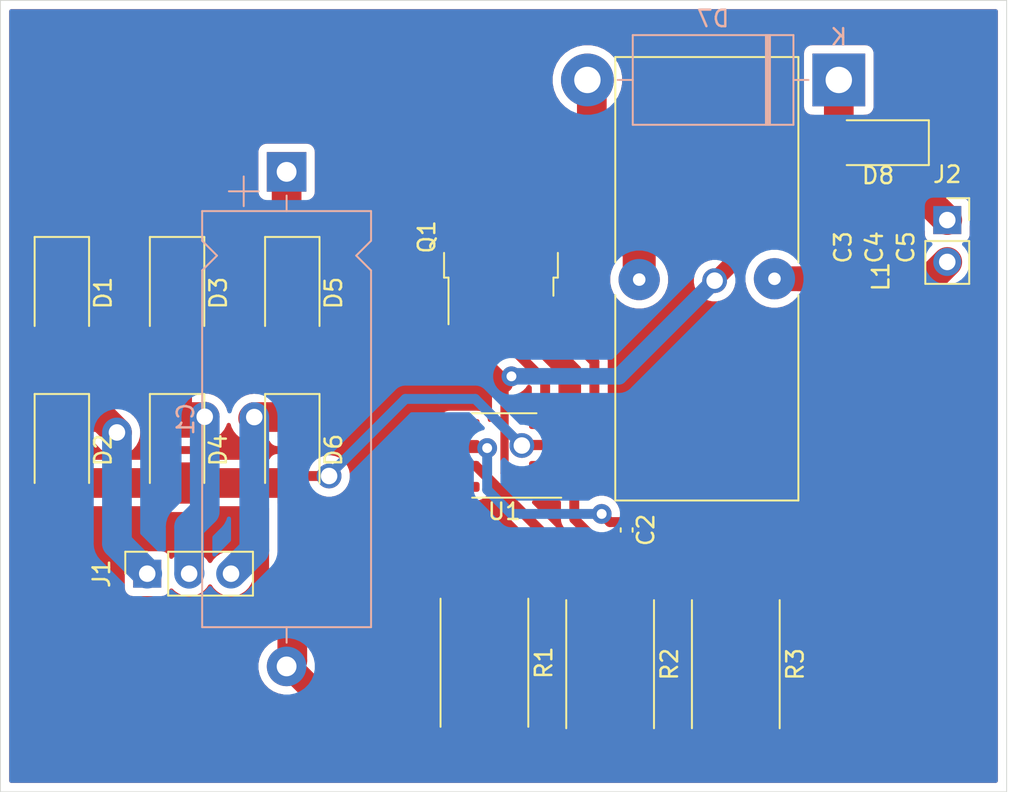
<source format=kicad_pcb>
(kicad_pcb (version 20171130) (host pcbnew "(5.1.8)-1")

  (general
    (thickness 1.6)
    (drawings 4)
    (tracks 134)
    (zones 0)
    (modules 21)
    (nets 13)
  )

  (page A4)
  (title_block
    (title "Buck Converter")
    (date 2021-01-10)
    (rev v1.1)
    (company ODTÜ)
  )

  (layers
    (0 F.Cu signal)
    (31 B.Cu signal)
    (32 B.Adhes user)
    (33 F.Adhes user)
    (34 B.Paste user)
    (35 F.Paste user)
    (36 B.SilkS user)
    (37 F.SilkS user)
    (38 B.Mask user)
    (39 F.Mask user)
    (40 Dwgs.User user)
    (41 Cmts.User user)
    (42 Eco1.User user)
    (43 Eco2.User user)
    (44 Edge.Cuts user)
    (45 Margin user)
    (46 B.CrtYd user)
    (47 F.CrtYd user)
    (48 B.Fab user)
    (49 F.Fab user)
  )

  (setup
    (last_trace_width 0.6)
    (user_trace_width 0.5)
    (user_trace_width 0.85)
    (user_trace_width 0.9)
    (user_trace_width 1)
    (user_trace_width 1.3)
    (user_trace_width 1.5)
    (user_trace_width 1.8)
    (user_trace_width 1.9)
    (user_trace_width 2)
    (user_trace_width 2.5)
    (user_trace_width 5)
    (user_trace_width 6)
    (trace_clearance 0.05)
    (zone_clearance 0.508)
    (zone_45_only no)
    (trace_min 0.2)
    (via_size 0.8)
    (via_drill 0.4)
    (via_min_size 0.4)
    (via_min_drill 0.3)
    (user_via 1.2 0.6)
    (user_via 1.5 1)
    (uvia_size 0.3)
    (uvia_drill 0.1)
    (uvias_allowed no)
    (uvia_min_size 0.2)
    (uvia_min_drill 0.1)
    (edge_width 0.05)
    (segment_width 0.2)
    (pcb_text_width 0.3)
    (pcb_text_size 1.5 1.5)
    (mod_edge_width 0.12)
    (mod_text_size 1 1)
    (mod_text_width 0.15)
    (pad_size 1.524 1.524)
    (pad_drill 0.762)
    (pad_to_mask_clearance 0)
    (aux_axis_origin 0 0)
    (visible_elements 7FFFFFFF)
    (pcbplotparams
      (layerselection 0x010fc_ffffffff)
      (usegerberextensions false)
      (usegerberattributes true)
      (usegerberadvancedattributes true)
      (creategerberjobfile true)
      (excludeedgelayer true)
      (linewidth 0.100000)
      (plotframeref false)
      (viasonmask false)
      (mode 1)
      (useauxorigin false)
      (hpglpennumber 1)
      (hpglpenspeed 20)
      (hpglpendiameter 15.000000)
      (psnegative false)
      (psa4output false)
      (plotreference true)
      (plotvalue true)
      (plotinvisibletext false)
      (padsonsilk false)
      (subtractmaskfromsilk false)
      (outputformat 1)
      (mirror false)
      (drillshape 1)
      (scaleselection 1)
      (outputdirectory ""))
  )

  (net 0 "")
  (net 1 "Net-(C1-Pad1)")
  (net 2 GND)
  (net 3 "Net-(C2-Pad1)")
  (net 4 "Net-(C3-Pad2)")
  (net 5 "Net-(D1-Pad2)")
  (net 6 "Net-(D3-Pad2)")
  (net 7 "Net-(D5-Pad2)")
  (net 8 "Net-(D7-Pad2)")
  (net 9 "Net-(D8-Pad1)")
  (net 10 "Net-(Q1-Pad1)")
  (net 11 "Net-(Q1-Pad3)")
  (net 12 "Net-(R1-Pad1)")

  (net_class Default "This is the default net class."
    (clearance 0.05)
    (trace_width 0.6)
    (via_dia 0.8)
    (via_drill 0.4)
    (uvia_dia 0.3)
    (uvia_drill 0.1)
    (add_net GND)
    (add_net "Net-(C1-Pad1)")
    (add_net "Net-(C2-Pad1)")
    (add_net "Net-(C3-Pad2)")
    (add_net "Net-(D1-Pad2)")
    (add_net "Net-(D3-Pad2)")
    (add_net "Net-(D5-Pad2)")
    (add_net "Net-(D7-Pad2)")
    (add_net "Net-(D8-Pad1)")
    (add_net "Net-(Q1-Pad1)")
    (add_net "Net-(Q1-Pad3)")
    (add_net "Net-(R1-Pad1)")
  )

  (module kutuphane_footprint:T106-3_Inductor (layer F.Cu) (tedit 5FFAED32) (tstamp 5FFB0F40)
    (at 231.775 95.885 90)
    (path /5FF948E1)
    (fp_text reference L1 (at 0.127 11.6 90) (layer F.SilkS)
      (effects (font (size 1 1) (thickness 0.15)))
    )
    (fp_text value L (at 0 -7.239 90) (layer F.Fab)
      (effects (font (size 1 1) (thickness 0.15)))
    )
    (fp_line (start -1 -4.5) (end -13.45 -4.5) (layer F.SilkS) (width 0.12))
    (fp_line (start 1 -4.5) (end 13.45 -4.5) (layer F.SilkS) (width 0.12))
    (fp_line (start 13.45 -4.5) (end 13.45 6.6) (layer F.SilkS) (width 0.12))
    (fp_line (start 13.45 6.6) (end 1 6.6) (layer F.SilkS) (width 0.12))
    (fp_line (start -1 6.6) (end -13.45 6.6) (layer F.SilkS) (width 0.12))
    (fp_line (start -13.45 6.6) (end -13.45 -4.5) (layer F.SilkS) (width 0.12))
    (fp_line (start -13.55 -4.6) (end 13.55 -4.6) (layer Dwgs.User) (width 0.03))
    (fp_line (start 13.55 -4.6) (end 13.55 6.7) (layer Dwgs.User) (width 0.03))
    (fp_line (start 13.55 6.7) (end -13.55 6.7) (layer Dwgs.User) (width 0.03))
    (fp_line (start -13.55 6.7) (end -13.55 -4.6) (layer Dwgs.User) (width 0.03))
    (fp_line (start -13.3 -4.35) (end 13.3 -4.35) (layer Dwgs.User) (width 0.06))
    (fp_line (start 13.3 -4.35) (end 13.3 6.45) (layer Dwgs.User) (width 0.06))
    (fp_line (start 13.3 6.45) (end -13.3 6.45) (layer Dwgs.User) (width 0.06))
    (fp_line (start -13.3 6.45) (end -13.3 -4.35) (layer Dwgs.User) (width 0.06))
    (fp_line (start -13.3 -4.35) (end -10.3 6.45) (layer Dwgs.User) (width 0.06))
    (fp_line (start -7.3 6.45) (end -10.3 -4.35) (layer Dwgs.User) (width 0.06))
    (fp_line (start -7.3 -4.35) (end -4.3 6.45) (layer Dwgs.User) (width 0.06))
    (fp_line (start -1.3 6.45) (end -4.3 -4.35) (layer Dwgs.User) (width 0.06))
    (fp_line (start -0.6 -1.9) (end 1.7 6.45) (layer Dwgs.User) (width 0.06))
    (fp_line (start 4.7 6.45) (end 1.7 -4.35) (layer Dwgs.User) (width 0.06))
    (fp_line (start 7.7 6.45) (end 4.7 -4.35) (layer Dwgs.User) (width 0.06))
    (fp_line (start 7.7 -4.35) (end 10.7 6.45) (layer Dwgs.User) (width 0.06))
    (fp_line (start 10.7 -4.35) (end 13.25 4.8) (layer Dwgs.User) (width 0.06))
    (fp_line (start -1.3 -4.35) (end -1.15 -3.75) (layer Dwgs.User) (width 0.06))
    (pad 1 thru_hole circle (at -0.05 -3.05 90) (size 2.5 2.5) (drill 0.762) (layers *.Cu *.Mask)
      (net 8 "Net-(D7-Pad2)"))
    (pad 2 thru_hole circle (at 0 5.15 90) (size 2.5 2.5) (drill 0.762) (layers *.Cu *.Mask)
      (net 4 "Net-(C3-Pad2)"))
  )

  (module Capacitor_THT:CP_Axial_L25.0mm_D10.0mm_P30.00mm_Horizontal (layer B.Cu) (tedit 5AE50EF2) (tstamp 5FFB0DE9)
    (at 207.35 89.4 270)
    (descr "CP, Axial series, Axial, Horizontal, pin pitch=30mm, , length*diameter=25*10mm^2, Electrolytic Capacitor, , http://www.vishay.com/docs/28325/021asm.pdf")
    (tags "CP Axial series Axial Horizontal pin pitch 30mm  length 25mm diameter 10mm Electrolytic Capacitor")
    (path /5FF95D6D)
    (fp_text reference C1 (at 15 6.12 270) (layer B.SilkS)
      (effects (font (size 1 1) (thickness 0.15)) (justify mirror))
    )
    (fp_text value CP1 (at 15 -6.12 270) (layer B.Fab)
      (effects (font (size 1 1) (thickness 0.15)) (justify mirror))
    )
    (fp_line (start 31.45 5.25) (end -1.45 5.25) (layer B.CrtYd) (width 0.05))
    (fp_line (start 31.45 -5.25) (end 31.45 5.25) (layer B.CrtYd) (width 0.05))
    (fp_line (start -1.45 -5.25) (end 31.45 -5.25) (layer B.CrtYd) (width 0.05))
    (fp_line (start -1.45 5.25) (end -1.45 -5.25) (layer B.CrtYd) (width 0.05))
    (fp_line (start 28.56 0) (end 27.62 0) (layer B.SilkS) (width 0.12))
    (fp_line (start 1.44 0) (end 2.38 0) (layer B.SilkS) (width 0.12))
    (fp_line (start 5.98 -5.12) (end 27.62 -5.12) (layer B.SilkS) (width 0.12))
    (fp_line (start 5.08 -4.22) (end 5.98 -5.12) (layer B.SilkS) (width 0.12))
    (fp_line (start 4.18 -5.12) (end 5.08 -4.22) (layer B.SilkS) (width 0.12))
    (fp_line (start 2.38 -5.12) (end 4.18 -5.12) (layer B.SilkS) (width 0.12))
    (fp_line (start 5.98 5.12) (end 27.62 5.12) (layer B.SilkS) (width 0.12))
    (fp_line (start 5.08 4.22) (end 5.98 5.12) (layer B.SilkS) (width 0.12))
    (fp_line (start 4.18 5.12) (end 5.08 4.22) (layer B.SilkS) (width 0.12))
    (fp_line (start 2.38 5.12) (end 4.18 5.12) (layer B.SilkS) (width 0.12))
    (fp_line (start 27.62 5.12) (end 27.62 -5.12) (layer B.SilkS) (width 0.12))
    (fp_line (start 2.38 5.12) (end 2.38 -5.12) (layer B.SilkS) (width 0.12))
    (fp_line (start 1.18 3.5) (end 1.18 1.7) (layer B.SilkS) (width 0.12))
    (fp_line (start 0.28 2.6) (end 2.08 2.6) (layer B.SilkS) (width 0.12))
    (fp_line (start 5.1 0.9) (end 5.1 -0.9) (layer B.Fab) (width 0.1))
    (fp_line (start 4.2 0) (end 6 0) (layer B.Fab) (width 0.1))
    (fp_line (start 30 0) (end 27.5 0) (layer B.Fab) (width 0.1))
    (fp_line (start 0 0) (end 2.5 0) (layer B.Fab) (width 0.1))
    (fp_line (start 5.98 -5) (end 27.5 -5) (layer B.Fab) (width 0.1))
    (fp_line (start 5.08 -4.1) (end 5.98 -5) (layer B.Fab) (width 0.1))
    (fp_line (start 4.18 -5) (end 5.08 -4.1) (layer B.Fab) (width 0.1))
    (fp_line (start 2.5 -5) (end 4.18 -5) (layer B.Fab) (width 0.1))
    (fp_line (start 5.98 5) (end 27.5 5) (layer B.Fab) (width 0.1))
    (fp_line (start 5.08 4.1) (end 5.98 5) (layer B.Fab) (width 0.1))
    (fp_line (start 4.18 5) (end 5.08 4.1) (layer B.Fab) (width 0.1))
    (fp_line (start 2.5 5) (end 4.18 5) (layer B.Fab) (width 0.1))
    (fp_line (start 27.5 5) (end 27.5 -5) (layer B.Fab) (width 0.1))
    (fp_line (start 2.5 5) (end 2.5 -5) (layer B.Fab) (width 0.1))
    (fp_text user %R (at 15 0 270) (layer B.Fab)
      (effects (font (size 1 1) (thickness 0.15)) (justify mirror))
    )
    (pad 2 thru_hole oval (at 30 0 270) (size 2.4 2.4) (drill 1.2) (layers *.Cu *.Mask)
      (net 2 GND))
    (pad 1 thru_hole rect (at 0 0 270) (size 2.4 2.4) (drill 1.2) (layers *.Cu *.Mask)
      (net 1 "Net-(C1-Pad1)"))
    (model ${KISYS3DMOD}/Capacitor_THT.3dshapes/CP_Axial_L25.0mm_D10.0mm_P30.00mm_Horizontal.wrl
      (at (xyz 0 0 0))
      (scale (xyz 1 1 1))
      (rotate (xyz 0 0 0))
    )
  )

  (module Capacitor_SMD:C_0402_1005Metric (layer F.Cu) (tedit 5F68FEEE) (tstamp 5FFB0DFA)
    (at 227.965 111.125 270)
    (descr "Capacitor SMD 0402 (1005 Metric), square (rectangular) end terminal, IPC_7351 nominal, (Body size source: IPC-SM-782 page 76, https://www.pcb-3d.com/wordpress/wp-content/uploads/ipc-sm-782a_amendment_1_and_2.pdf), generated with kicad-footprint-generator")
    (tags capacitor)
    (path /5FF90FA9)
    (attr smd)
    (fp_text reference C2 (at 0 -1.16 90) (layer F.SilkS)
      (effects (font (size 1 1) (thickness 0.15)))
    )
    (fp_text value CP1 (at 0 1.16 90) (layer F.Fab)
      (effects (font (size 1 1) (thickness 0.15)))
    )
    (fp_line (start 0.91 0.46) (end -0.91 0.46) (layer F.CrtYd) (width 0.05))
    (fp_line (start 0.91 -0.46) (end 0.91 0.46) (layer F.CrtYd) (width 0.05))
    (fp_line (start -0.91 -0.46) (end 0.91 -0.46) (layer F.CrtYd) (width 0.05))
    (fp_line (start -0.91 0.46) (end -0.91 -0.46) (layer F.CrtYd) (width 0.05))
    (fp_line (start -0.107836 0.36) (end 0.107836 0.36) (layer F.SilkS) (width 0.12))
    (fp_line (start -0.107836 -0.36) (end 0.107836 -0.36) (layer F.SilkS) (width 0.12))
    (fp_line (start 0.5 0.25) (end -0.5 0.25) (layer F.Fab) (width 0.1))
    (fp_line (start 0.5 -0.25) (end 0.5 0.25) (layer F.Fab) (width 0.1))
    (fp_line (start -0.5 -0.25) (end 0.5 -0.25) (layer F.Fab) (width 0.1))
    (fp_line (start -0.5 0.25) (end -0.5 -0.25) (layer F.Fab) (width 0.1))
    (fp_text user %R (at 0 0 90) (layer F.Fab)
      (effects (font (size 0.25 0.25) (thickness 0.04)))
    )
    (pad 2 smd roundrect (at 0.48 0 270) (size 0.56 0.62) (layers F.Cu F.Paste F.Mask) (roundrect_rratio 0.25)
      (net 2 GND))
    (pad 1 smd roundrect (at -0.48 0 270) (size 0.56 0.62) (layers F.Cu F.Paste F.Mask) (roundrect_rratio 0.25)
      (net 3 "Net-(C2-Pad1)"))
    (model ${KISYS3DMOD}/Capacitor_SMD.3dshapes/C_0402_1005Metric.wrl
      (at (xyz 0 0 0))
      (scale (xyz 1 1 1))
      (rotate (xyz 0 0 0))
    )
  )

  (module Capacitor_SMD:C_0201_0603Metric (layer F.Cu) (tedit 5F68FEEE) (tstamp 5FFB0E0B)
    (at 240.03 93.98 270)
    (descr "Capacitor SMD 0201 (0603 Metric), square (rectangular) end terminal, IPC_7351 nominal, (Body size source: https://www.vishay.com/docs/20052/crcw0201e3.pdf), generated with kicad-footprint-generator")
    (tags capacitor)
    (path /5FFA0F5C)
    (attr smd)
    (fp_text reference C3 (at 0 -1.05 90) (layer F.SilkS)
      (effects (font (size 1 1) (thickness 0.15)))
    )
    (fp_text value CP1 (at 0 1.05 90) (layer F.Fab)
      (effects (font (size 1 1) (thickness 0.15)))
    )
    (fp_line (start -0.3 0.15) (end -0.3 -0.15) (layer F.Fab) (width 0.1))
    (fp_line (start -0.3 -0.15) (end 0.3 -0.15) (layer F.Fab) (width 0.1))
    (fp_line (start 0.3 -0.15) (end 0.3 0.15) (layer F.Fab) (width 0.1))
    (fp_line (start 0.3 0.15) (end -0.3 0.15) (layer F.Fab) (width 0.1))
    (fp_line (start -0.7 0.35) (end -0.7 -0.35) (layer F.CrtYd) (width 0.05))
    (fp_line (start -0.7 -0.35) (end 0.7 -0.35) (layer F.CrtYd) (width 0.05))
    (fp_line (start 0.7 -0.35) (end 0.7 0.35) (layer F.CrtYd) (width 0.05))
    (fp_line (start 0.7 0.35) (end -0.7 0.35) (layer F.CrtYd) (width 0.05))
    (fp_text user %R (at 0 -0.68 90) (layer F.Fab)
      (effects (font (size 0.25 0.25) (thickness 0.04)))
    )
    (pad "" smd roundrect (at -0.345 0 270) (size 0.318 0.36) (layers F.Paste) (roundrect_rratio 0.25))
    (pad "" smd roundrect (at 0.345 0 270) (size 0.318 0.36) (layers F.Paste) (roundrect_rratio 0.25))
    (pad 1 smd roundrect (at -0.32 0 270) (size 0.46 0.4) (layers F.Cu F.Mask) (roundrect_rratio 0.25)
      (net 1 "Net-(C1-Pad1)"))
    (pad 2 smd roundrect (at 0.32 0 270) (size 0.46 0.4) (layers F.Cu F.Mask) (roundrect_rratio 0.25)
      (net 4 "Net-(C3-Pad2)"))
    (model ${KISYS3DMOD}/Capacitor_SMD.3dshapes/C_0201_0603Metric.wrl
      (at (xyz 0 0 0))
      (scale (xyz 1 1 1))
      (rotate (xyz 0 0 0))
    )
  )

  (module Capacitor_SMD:C_0201_0603Metric (layer F.Cu) (tedit 5F68FEEE) (tstamp 5FFB0E1C)
    (at 241.935 93.98 270)
    (descr "Capacitor SMD 0201 (0603 Metric), square (rectangular) end terminal, IPC_7351 nominal, (Body size source: https://www.vishay.com/docs/20052/crcw0201e3.pdf), generated with kicad-footprint-generator")
    (tags capacitor)
    (path /5FFB0889)
    (attr smd)
    (fp_text reference C4 (at 0 -1.05 90) (layer F.SilkS)
      (effects (font (size 1 1) (thickness 0.15)))
    )
    (fp_text value CP1 (at 0 1.05 90) (layer F.Fab)
      (effects (font (size 1 1) (thickness 0.15)))
    )
    (fp_line (start 0.7 0.35) (end -0.7 0.35) (layer F.CrtYd) (width 0.05))
    (fp_line (start 0.7 -0.35) (end 0.7 0.35) (layer F.CrtYd) (width 0.05))
    (fp_line (start -0.7 -0.35) (end 0.7 -0.35) (layer F.CrtYd) (width 0.05))
    (fp_line (start -0.7 0.35) (end -0.7 -0.35) (layer F.CrtYd) (width 0.05))
    (fp_line (start 0.3 0.15) (end -0.3 0.15) (layer F.Fab) (width 0.1))
    (fp_line (start 0.3 -0.15) (end 0.3 0.15) (layer F.Fab) (width 0.1))
    (fp_line (start -0.3 -0.15) (end 0.3 -0.15) (layer F.Fab) (width 0.1))
    (fp_line (start -0.3 0.15) (end -0.3 -0.15) (layer F.Fab) (width 0.1))
    (fp_text user %R (at 0 -0.68 90) (layer F.Fab)
      (effects (font (size 0.25 0.25) (thickness 0.04)))
    )
    (pad 2 smd roundrect (at 0.32 0 270) (size 0.46 0.4) (layers F.Cu F.Mask) (roundrect_rratio 0.25)
      (net 4 "Net-(C3-Pad2)"))
    (pad 1 smd roundrect (at -0.32 0 270) (size 0.46 0.4) (layers F.Cu F.Mask) (roundrect_rratio 0.25)
      (net 1 "Net-(C1-Pad1)"))
    (pad "" smd roundrect (at 0.345 0 270) (size 0.318 0.36) (layers F.Paste) (roundrect_rratio 0.25))
    (pad "" smd roundrect (at -0.345 0 270) (size 0.318 0.36) (layers F.Paste) (roundrect_rratio 0.25))
    (model ${KISYS3DMOD}/Capacitor_SMD.3dshapes/C_0201_0603Metric.wrl
      (at (xyz 0 0 0))
      (scale (xyz 1 1 1))
      (rotate (xyz 0 0 0))
    )
  )

  (module Capacitor_SMD:C_0201_0603Metric (layer F.Cu) (tedit 5F68FEEE) (tstamp 5FFB0E2D)
    (at 243.84 93.98 270)
    (descr "Capacitor SMD 0201 (0603 Metric), square (rectangular) end terminal, IPC_7351 nominal, (Body size source: https://www.vishay.com/docs/20052/crcw0201e3.pdf), generated with kicad-footprint-generator")
    (tags capacitor)
    (path /5FFB13E8)
    (attr smd)
    (fp_text reference C5 (at 0 -1.05 90) (layer F.SilkS)
      (effects (font (size 1 1) (thickness 0.15)))
    )
    (fp_text value CP1 (at 0 1.05 90) (layer F.Fab)
      (effects (font (size 1 1) (thickness 0.15)))
    )
    (fp_line (start -0.3 0.15) (end -0.3 -0.15) (layer F.Fab) (width 0.1))
    (fp_line (start -0.3 -0.15) (end 0.3 -0.15) (layer F.Fab) (width 0.1))
    (fp_line (start 0.3 -0.15) (end 0.3 0.15) (layer F.Fab) (width 0.1))
    (fp_line (start 0.3 0.15) (end -0.3 0.15) (layer F.Fab) (width 0.1))
    (fp_line (start -0.7 0.35) (end -0.7 -0.35) (layer F.CrtYd) (width 0.05))
    (fp_line (start -0.7 -0.35) (end 0.7 -0.35) (layer F.CrtYd) (width 0.05))
    (fp_line (start 0.7 -0.35) (end 0.7 0.35) (layer F.CrtYd) (width 0.05))
    (fp_line (start 0.7 0.35) (end -0.7 0.35) (layer F.CrtYd) (width 0.05))
    (fp_text user %R (at 0 -0.68 90) (layer F.Fab)
      (effects (font (size 0.25 0.25) (thickness 0.04)))
    )
    (pad "" smd roundrect (at -0.345 0 270) (size 0.318 0.36) (layers F.Paste) (roundrect_rratio 0.25))
    (pad "" smd roundrect (at 0.345 0 270) (size 0.318 0.36) (layers F.Paste) (roundrect_rratio 0.25))
    (pad 1 smd roundrect (at -0.32 0 270) (size 0.46 0.4) (layers F.Cu F.Mask) (roundrect_rratio 0.25)
      (net 1 "Net-(C1-Pad1)"))
    (pad 2 smd roundrect (at 0.32 0 270) (size 0.46 0.4) (layers F.Cu F.Mask) (roundrect_rratio 0.25)
      (net 4 "Net-(C3-Pad2)"))
    (model ${KISYS3DMOD}/Capacitor_SMD.3dshapes/C_0201_0603Metric.wrl
      (at (xyz 0 0 0))
      (scale (xyz 1 1 1))
      (rotate (xyz 0 0 0))
    )
  )

  (module Diode_SMD:D_SMA (layer F.Cu) (tedit 586432E5) (tstamp 5FFB0E45)
    (at 193.725 96.75 270)
    (descr "Diode SMA (DO-214AC)")
    (tags "Diode SMA (DO-214AC)")
    (path /5FFBE7C3)
    (attr smd)
    (fp_text reference D1 (at 0 -2.5 90) (layer F.SilkS)
      (effects (font (size 1 1) (thickness 0.15)))
    )
    (fp_text value US1G (at 0 2.6 90) (layer F.Fab)
      (effects (font (size 1 1) (thickness 0.15)))
    )
    (fp_line (start -3.4 -1.65) (end 2 -1.65) (layer F.SilkS) (width 0.12))
    (fp_line (start -3.4 1.65) (end 2 1.65) (layer F.SilkS) (width 0.12))
    (fp_line (start -0.64944 0.00102) (end 0.50118 -0.79908) (layer F.Fab) (width 0.1))
    (fp_line (start -0.64944 0.00102) (end 0.50118 0.75032) (layer F.Fab) (width 0.1))
    (fp_line (start 0.50118 0.75032) (end 0.50118 -0.79908) (layer F.Fab) (width 0.1))
    (fp_line (start -0.64944 -0.79908) (end -0.64944 0.80112) (layer F.Fab) (width 0.1))
    (fp_line (start 0.50118 0.00102) (end 1.4994 0.00102) (layer F.Fab) (width 0.1))
    (fp_line (start -0.64944 0.00102) (end -1.55114 0.00102) (layer F.Fab) (width 0.1))
    (fp_line (start -3.5 1.75) (end -3.5 -1.75) (layer F.CrtYd) (width 0.05))
    (fp_line (start 3.5 1.75) (end -3.5 1.75) (layer F.CrtYd) (width 0.05))
    (fp_line (start 3.5 -1.75) (end 3.5 1.75) (layer F.CrtYd) (width 0.05))
    (fp_line (start -3.5 -1.75) (end 3.5 -1.75) (layer F.CrtYd) (width 0.05))
    (fp_line (start 2.3 -1.5) (end -2.3 -1.5) (layer F.Fab) (width 0.1))
    (fp_line (start 2.3 -1.5) (end 2.3 1.5) (layer F.Fab) (width 0.1))
    (fp_line (start -2.3 1.5) (end -2.3 -1.5) (layer F.Fab) (width 0.1))
    (fp_line (start 2.3 1.5) (end -2.3 1.5) (layer F.Fab) (width 0.1))
    (fp_line (start -3.4 -1.65) (end -3.4 1.65) (layer F.SilkS) (width 0.12))
    (fp_text user %R (at 0 -2.5 90) (layer F.Fab)
      (effects (font (size 1 1) (thickness 0.15)))
    )
    (pad 2 smd rect (at 2 0 270) (size 2.5 1.8) (layers F.Cu F.Paste F.Mask)
      (net 5 "Net-(D1-Pad2)"))
    (pad 1 smd rect (at -2 0 270) (size 2.5 1.8) (layers F.Cu F.Paste F.Mask)
      (net 1 "Net-(C1-Pad1)"))
    (model ${KISYS3DMOD}/Diode_SMD.3dshapes/D_SMA.wrl
      (at (xyz 0 0 0))
      (scale (xyz 1 1 1))
      (rotate (xyz 0 0 0))
    )
  )

  (module Diode_SMD:D_SMA (layer F.Cu) (tedit 586432E5) (tstamp 5FFB0E5D)
    (at 193.725 106.275 270)
    (descr "Diode SMA (DO-214AC)")
    (tags "Diode SMA (DO-214AC)")
    (path /5FFD08BC)
    (attr smd)
    (fp_text reference D2 (at 0 -2.5 90) (layer F.SilkS)
      (effects (font (size 1 1) (thickness 0.15)))
    )
    (fp_text value US1G (at 0 2.6 90) (layer F.Fab)
      (effects (font (size 1 1) (thickness 0.15)))
    )
    (fp_line (start -3.4 -1.65) (end -3.4 1.65) (layer F.SilkS) (width 0.12))
    (fp_line (start 2.3 1.5) (end -2.3 1.5) (layer F.Fab) (width 0.1))
    (fp_line (start -2.3 1.5) (end -2.3 -1.5) (layer F.Fab) (width 0.1))
    (fp_line (start 2.3 -1.5) (end 2.3 1.5) (layer F.Fab) (width 0.1))
    (fp_line (start 2.3 -1.5) (end -2.3 -1.5) (layer F.Fab) (width 0.1))
    (fp_line (start -3.5 -1.75) (end 3.5 -1.75) (layer F.CrtYd) (width 0.05))
    (fp_line (start 3.5 -1.75) (end 3.5 1.75) (layer F.CrtYd) (width 0.05))
    (fp_line (start 3.5 1.75) (end -3.5 1.75) (layer F.CrtYd) (width 0.05))
    (fp_line (start -3.5 1.75) (end -3.5 -1.75) (layer F.CrtYd) (width 0.05))
    (fp_line (start -0.64944 0.00102) (end -1.55114 0.00102) (layer F.Fab) (width 0.1))
    (fp_line (start 0.50118 0.00102) (end 1.4994 0.00102) (layer F.Fab) (width 0.1))
    (fp_line (start -0.64944 -0.79908) (end -0.64944 0.80112) (layer F.Fab) (width 0.1))
    (fp_line (start 0.50118 0.75032) (end 0.50118 -0.79908) (layer F.Fab) (width 0.1))
    (fp_line (start -0.64944 0.00102) (end 0.50118 0.75032) (layer F.Fab) (width 0.1))
    (fp_line (start -0.64944 0.00102) (end 0.50118 -0.79908) (layer F.Fab) (width 0.1))
    (fp_line (start -3.4 1.65) (end 2 1.65) (layer F.SilkS) (width 0.12))
    (fp_line (start -3.4 -1.65) (end 2 -1.65) (layer F.SilkS) (width 0.12))
    (fp_text user %R (at 0 -2.5 90) (layer F.Fab)
      (effects (font (size 1 1) (thickness 0.15)))
    )
    (pad 1 smd rect (at -2 0 270) (size 2.5 1.8) (layers F.Cu F.Paste F.Mask)
      (net 5 "Net-(D1-Pad2)"))
    (pad 2 smd rect (at 2 0 270) (size 2.5 1.8) (layers F.Cu F.Paste F.Mask)
      (net 2 GND))
    (model ${KISYS3DMOD}/Diode_SMD.3dshapes/D_SMA.wrl
      (at (xyz 0 0 0))
      (scale (xyz 1 1 1))
      (rotate (xyz 0 0 0))
    )
  )

  (module Diode_SMD:D_SMA (layer F.Cu) (tedit 586432E5) (tstamp 5FFB0E75)
    (at 200.71 96.75 270)
    (descr "Diode SMA (DO-214AC)")
    (tags "Diode SMA (DO-214AC)")
    (path /5FFC5787)
    (attr smd)
    (fp_text reference D3 (at 0 -2.5 90) (layer F.SilkS)
      (effects (font (size 1 1) (thickness 0.15)))
    )
    (fp_text value US1G (at 0 2.6 90) (layer F.Fab)
      (effects (font (size 1 1) (thickness 0.15)))
    )
    (fp_line (start -3.4 -1.65) (end -3.4 1.65) (layer F.SilkS) (width 0.12))
    (fp_line (start 2.3 1.5) (end -2.3 1.5) (layer F.Fab) (width 0.1))
    (fp_line (start -2.3 1.5) (end -2.3 -1.5) (layer F.Fab) (width 0.1))
    (fp_line (start 2.3 -1.5) (end 2.3 1.5) (layer F.Fab) (width 0.1))
    (fp_line (start 2.3 -1.5) (end -2.3 -1.5) (layer F.Fab) (width 0.1))
    (fp_line (start -3.5 -1.75) (end 3.5 -1.75) (layer F.CrtYd) (width 0.05))
    (fp_line (start 3.5 -1.75) (end 3.5 1.75) (layer F.CrtYd) (width 0.05))
    (fp_line (start 3.5 1.75) (end -3.5 1.75) (layer F.CrtYd) (width 0.05))
    (fp_line (start -3.5 1.75) (end -3.5 -1.75) (layer F.CrtYd) (width 0.05))
    (fp_line (start -0.64944 0.00102) (end -1.55114 0.00102) (layer F.Fab) (width 0.1))
    (fp_line (start 0.50118 0.00102) (end 1.4994 0.00102) (layer F.Fab) (width 0.1))
    (fp_line (start -0.64944 -0.79908) (end -0.64944 0.80112) (layer F.Fab) (width 0.1))
    (fp_line (start 0.50118 0.75032) (end 0.50118 -0.79908) (layer F.Fab) (width 0.1))
    (fp_line (start -0.64944 0.00102) (end 0.50118 0.75032) (layer F.Fab) (width 0.1))
    (fp_line (start -0.64944 0.00102) (end 0.50118 -0.79908) (layer F.Fab) (width 0.1))
    (fp_line (start -3.4 1.65) (end 2 1.65) (layer F.SilkS) (width 0.12))
    (fp_line (start -3.4 -1.65) (end 2 -1.65) (layer F.SilkS) (width 0.12))
    (fp_text user %R (at 0 -2.5 90) (layer F.Fab)
      (effects (font (size 1 1) (thickness 0.15)))
    )
    (pad 1 smd rect (at -2 0 270) (size 2.5 1.8) (layers F.Cu F.Paste F.Mask)
      (net 1 "Net-(C1-Pad1)"))
    (pad 2 smd rect (at 2 0 270) (size 2.5 1.8) (layers F.Cu F.Paste F.Mask)
      (net 6 "Net-(D3-Pad2)"))
    (model ${KISYS3DMOD}/Diode_SMD.3dshapes/D_SMA.wrl
      (at (xyz 0 0 0))
      (scale (xyz 1 1 1))
      (rotate (xyz 0 0 0))
    )
  )

  (module Diode_SMD:D_SMA (layer F.Cu) (tedit 586432E5) (tstamp 5FFB0E8D)
    (at 200.71 106.275 270)
    (descr "Diode SMA (DO-214AC)")
    (tags "Diode SMA (DO-214AC)")
    (path /5FFCFBD4)
    (attr smd)
    (fp_text reference D4 (at 0 -2.5 90) (layer F.SilkS)
      (effects (font (size 1 1) (thickness 0.15)))
    )
    (fp_text value US1G (at 0 2.6 90) (layer F.Fab)
      (effects (font (size 1 1) (thickness 0.15)))
    )
    (fp_line (start -3.4 -1.65) (end 2 -1.65) (layer F.SilkS) (width 0.12))
    (fp_line (start -3.4 1.65) (end 2 1.65) (layer F.SilkS) (width 0.12))
    (fp_line (start -0.64944 0.00102) (end 0.50118 -0.79908) (layer F.Fab) (width 0.1))
    (fp_line (start -0.64944 0.00102) (end 0.50118 0.75032) (layer F.Fab) (width 0.1))
    (fp_line (start 0.50118 0.75032) (end 0.50118 -0.79908) (layer F.Fab) (width 0.1))
    (fp_line (start -0.64944 -0.79908) (end -0.64944 0.80112) (layer F.Fab) (width 0.1))
    (fp_line (start 0.50118 0.00102) (end 1.4994 0.00102) (layer F.Fab) (width 0.1))
    (fp_line (start -0.64944 0.00102) (end -1.55114 0.00102) (layer F.Fab) (width 0.1))
    (fp_line (start -3.5 1.75) (end -3.5 -1.75) (layer F.CrtYd) (width 0.05))
    (fp_line (start 3.5 1.75) (end -3.5 1.75) (layer F.CrtYd) (width 0.05))
    (fp_line (start 3.5 -1.75) (end 3.5 1.75) (layer F.CrtYd) (width 0.05))
    (fp_line (start -3.5 -1.75) (end 3.5 -1.75) (layer F.CrtYd) (width 0.05))
    (fp_line (start 2.3 -1.5) (end -2.3 -1.5) (layer F.Fab) (width 0.1))
    (fp_line (start 2.3 -1.5) (end 2.3 1.5) (layer F.Fab) (width 0.1))
    (fp_line (start -2.3 1.5) (end -2.3 -1.5) (layer F.Fab) (width 0.1))
    (fp_line (start 2.3 1.5) (end -2.3 1.5) (layer F.Fab) (width 0.1))
    (fp_line (start -3.4 -1.65) (end -3.4 1.65) (layer F.SilkS) (width 0.12))
    (fp_text user %R (at 0 -2.5 90) (layer F.Fab)
      (effects (font (size 1 1) (thickness 0.15)))
    )
    (pad 2 smd rect (at 2 0 270) (size 2.5 1.8) (layers F.Cu F.Paste F.Mask)
      (net 2 GND))
    (pad 1 smd rect (at -2 0 270) (size 2.5 1.8) (layers F.Cu F.Paste F.Mask)
      (net 6 "Net-(D3-Pad2)"))
    (model ${KISYS3DMOD}/Diode_SMD.3dshapes/D_SMA.wrl
      (at (xyz 0 0 0))
      (scale (xyz 1 1 1))
      (rotate (xyz 0 0 0))
    )
  )

  (module Diode_SMD:D_SMA (layer F.Cu) (tedit 586432E5) (tstamp 5FFB0EA5)
    (at 207.695 96.75 270)
    (descr "Diode SMA (DO-214AC)")
    (tags "Diode SMA (DO-214AC)")
    (path /5FFCE750)
    (attr smd)
    (fp_text reference D5 (at 0 -2.5 90) (layer F.SilkS)
      (effects (font (size 1 1) (thickness 0.15)))
    )
    (fp_text value US1G (at 0 2.6 90) (layer F.Fab)
      (effects (font (size 1 1) (thickness 0.15)))
    )
    (fp_line (start -3.4 -1.65) (end 2 -1.65) (layer F.SilkS) (width 0.12))
    (fp_line (start -3.4 1.65) (end 2 1.65) (layer F.SilkS) (width 0.12))
    (fp_line (start -0.64944 0.00102) (end 0.50118 -0.79908) (layer F.Fab) (width 0.1))
    (fp_line (start -0.64944 0.00102) (end 0.50118 0.75032) (layer F.Fab) (width 0.1))
    (fp_line (start 0.50118 0.75032) (end 0.50118 -0.79908) (layer F.Fab) (width 0.1))
    (fp_line (start -0.64944 -0.79908) (end -0.64944 0.80112) (layer F.Fab) (width 0.1))
    (fp_line (start 0.50118 0.00102) (end 1.4994 0.00102) (layer F.Fab) (width 0.1))
    (fp_line (start -0.64944 0.00102) (end -1.55114 0.00102) (layer F.Fab) (width 0.1))
    (fp_line (start -3.5 1.75) (end -3.5 -1.75) (layer F.CrtYd) (width 0.05))
    (fp_line (start 3.5 1.75) (end -3.5 1.75) (layer F.CrtYd) (width 0.05))
    (fp_line (start 3.5 -1.75) (end 3.5 1.75) (layer F.CrtYd) (width 0.05))
    (fp_line (start -3.5 -1.75) (end 3.5 -1.75) (layer F.CrtYd) (width 0.05))
    (fp_line (start 2.3 -1.5) (end -2.3 -1.5) (layer F.Fab) (width 0.1))
    (fp_line (start 2.3 -1.5) (end 2.3 1.5) (layer F.Fab) (width 0.1))
    (fp_line (start -2.3 1.5) (end -2.3 -1.5) (layer F.Fab) (width 0.1))
    (fp_line (start 2.3 1.5) (end -2.3 1.5) (layer F.Fab) (width 0.1))
    (fp_line (start -3.4 -1.65) (end -3.4 1.65) (layer F.SilkS) (width 0.12))
    (fp_text user %R (at 0 -2.5 90) (layer F.Fab)
      (effects (font (size 1 1) (thickness 0.15)))
    )
    (pad 2 smd rect (at 2 0 270) (size 2.5 1.8) (layers F.Cu F.Paste F.Mask)
      (net 7 "Net-(D5-Pad2)"))
    (pad 1 smd rect (at -2 0 270) (size 2.5 1.8) (layers F.Cu F.Paste F.Mask)
      (net 1 "Net-(C1-Pad1)"))
    (model ${KISYS3DMOD}/Diode_SMD.3dshapes/D_SMA.wrl
      (at (xyz 0 0 0))
      (scale (xyz 1 1 1))
      (rotate (xyz 0 0 0))
    )
  )

  (module Diode_SMD:D_SMA (layer F.Cu) (tedit 586432E5) (tstamp 5FFB0EBD)
    (at 207.695 106.275 270)
    (descr "Diode SMA (DO-214AC)")
    (tags "Diode SMA (DO-214AC)")
    (path /5FFCF1AA)
    (attr smd)
    (fp_text reference D6 (at 0 -2.5 90) (layer F.SilkS)
      (effects (font (size 1 1) (thickness 0.15)))
    )
    (fp_text value US1G (at 0 2.6 90) (layer F.Fab)
      (effects (font (size 1 1) (thickness 0.15)))
    )
    (fp_line (start -3.4 -1.65) (end -3.4 1.65) (layer F.SilkS) (width 0.12))
    (fp_line (start 2.3 1.5) (end -2.3 1.5) (layer F.Fab) (width 0.1))
    (fp_line (start -2.3 1.5) (end -2.3 -1.5) (layer F.Fab) (width 0.1))
    (fp_line (start 2.3 -1.5) (end 2.3 1.5) (layer F.Fab) (width 0.1))
    (fp_line (start 2.3 -1.5) (end -2.3 -1.5) (layer F.Fab) (width 0.1))
    (fp_line (start -3.5 -1.75) (end 3.5 -1.75) (layer F.CrtYd) (width 0.05))
    (fp_line (start 3.5 -1.75) (end 3.5 1.75) (layer F.CrtYd) (width 0.05))
    (fp_line (start 3.5 1.75) (end -3.5 1.75) (layer F.CrtYd) (width 0.05))
    (fp_line (start -3.5 1.75) (end -3.5 -1.75) (layer F.CrtYd) (width 0.05))
    (fp_line (start -0.64944 0.00102) (end -1.55114 0.00102) (layer F.Fab) (width 0.1))
    (fp_line (start 0.50118 0.00102) (end 1.4994 0.00102) (layer F.Fab) (width 0.1))
    (fp_line (start -0.64944 -0.79908) (end -0.64944 0.80112) (layer F.Fab) (width 0.1))
    (fp_line (start 0.50118 0.75032) (end 0.50118 -0.79908) (layer F.Fab) (width 0.1))
    (fp_line (start -0.64944 0.00102) (end 0.50118 0.75032) (layer F.Fab) (width 0.1))
    (fp_line (start -0.64944 0.00102) (end 0.50118 -0.79908) (layer F.Fab) (width 0.1))
    (fp_line (start -3.4 1.65) (end 2 1.65) (layer F.SilkS) (width 0.12))
    (fp_line (start -3.4 -1.65) (end 2 -1.65) (layer F.SilkS) (width 0.12))
    (fp_text user %R (at 0 -2.5 90) (layer F.Fab)
      (effects (font (size 1 1) (thickness 0.15)))
    )
    (pad 1 smd rect (at -2 0 270) (size 2.5 1.8) (layers F.Cu F.Paste F.Mask)
      (net 7 "Net-(D5-Pad2)"))
    (pad 2 smd rect (at 2 0 270) (size 2.5 1.8) (layers F.Cu F.Paste F.Mask)
      (net 2 GND))
    (model ${KISYS3DMOD}/Diode_SMD.3dshapes/D_SMA.wrl
      (at (xyz 0 0 0))
      (scale (xyz 1 1 1))
      (rotate (xyz 0 0 0))
    )
  )

  (module Diode_THT:D_DO-201AD_P15.24mm_Horizontal (layer B.Cu) (tedit 5AE50CD5) (tstamp 5FFB0EDC)
    (at 240.825 83.825 180)
    (descr "Diode, DO-201AD series, Axial, Horizontal, pin pitch=15.24mm, , length*diameter=9.5*5.2mm^2, , http://www.diodes.com/_files/packages/DO-201AD.pdf")
    (tags "Diode DO-201AD series Axial Horizontal pin pitch 15.24mm  length 9.5mm diameter 5.2mm")
    (path /5FFDD25C)
    (fp_text reference D7 (at 7.62 3.72) (layer B.SilkS)
      (effects (font (size 1 1) (thickness 0.15)) (justify mirror))
    )
    (fp_text value UF5404-E3/54 (at 7.62 -3.72) (layer B.Fab)
      (effects (font (size 1 1) (thickness 0.15)) (justify mirror))
    )
    (fp_line (start 17.09 2.85) (end -1.85 2.85) (layer B.CrtYd) (width 0.05))
    (fp_line (start 17.09 -2.85) (end 17.09 2.85) (layer B.CrtYd) (width 0.05))
    (fp_line (start -1.85 -2.85) (end 17.09 -2.85) (layer B.CrtYd) (width 0.05))
    (fp_line (start -1.85 2.85) (end -1.85 -2.85) (layer B.CrtYd) (width 0.05))
    (fp_line (start 4.175 2.72) (end 4.175 -2.72) (layer B.SilkS) (width 0.12))
    (fp_line (start 4.415 2.72) (end 4.415 -2.72) (layer B.SilkS) (width 0.12))
    (fp_line (start 4.295 2.72) (end 4.295 -2.72) (layer B.SilkS) (width 0.12))
    (fp_line (start 13.4 0) (end 12.49 0) (layer B.SilkS) (width 0.12))
    (fp_line (start 1.84 0) (end 2.75 0) (layer B.SilkS) (width 0.12))
    (fp_line (start 12.49 2.72) (end 2.75 2.72) (layer B.SilkS) (width 0.12))
    (fp_line (start 12.49 -2.72) (end 12.49 2.72) (layer B.SilkS) (width 0.12))
    (fp_line (start 2.75 -2.72) (end 12.49 -2.72) (layer B.SilkS) (width 0.12))
    (fp_line (start 2.75 2.72) (end 2.75 -2.72) (layer B.SilkS) (width 0.12))
    (fp_line (start 4.195 2.6) (end 4.195 -2.6) (layer B.Fab) (width 0.1))
    (fp_line (start 4.395 2.6) (end 4.395 -2.6) (layer B.Fab) (width 0.1))
    (fp_line (start 4.295 2.6) (end 4.295 -2.6) (layer B.Fab) (width 0.1))
    (fp_line (start 15.24 0) (end 12.37 0) (layer B.Fab) (width 0.1))
    (fp_line (start 0 0) (end 2.87 0) (layer B.Fab) (width 0.1))
    (fp_line (start 12.37 2.6) (end 2.87 2.6) (layer B.Fab) (width 0.1))
    (fp_line (start 12.37 -2.6) (end 12.37 2.6) (layer B.Fab) (width 0.1))
    (fp_line (start 2.87 -2.6) (end 12.37 -2.6) (layer B.Fab) (width 0.1))
    (fp_line (start 2.87 2.6) (end 2.87 -2.6) (layer B.Fab) (width 0.1))
    (fp_text user K (at 0 2.6) (layer B.SilkS)
      (effects (font (size 1 1) (thickness 0.15)) (justify mirror))
    )
    (fp_text user K (at 0 2.6) (layer B.Fab)
      (effects (font (size 1 1) (thickness 0.15)) (justify mirror))
    )
    (fp_text user %R (at 8.3325 0) (layer B.Fab)
      (effects (font (size 1 1) (thickness 0.15)) (justify mirror))
    )
    (pad 2 thru_hole oval (at 15.24 0 180) (size 3.2 3.2) (drill 1.6) (layers *.Cu *.Mask)
      (net 8 "Net-(D7-Pad2)"))
    (pad 1 thru_hole rect (at 0 0 180) (size 3.2 3.2) (drill 1.6) (layers *.Cu *.Mask)
      (net 1 "Net-(C1-Pad1)"))
    (model ${KISYS3DMOD}/Diode_THT.3dshapes/D_DO-201AD_P15.24mm_Horizontal.wrl
      (at (xyz 0 0 0))
      (scale (xyz 1 1 1))
      (rotate (xyz 0 0 0))
    )
  )

  (module Diode_SMD:D_SOD-128 (layer F.Cu) (tedit 5D3216F4) (tstamp 5FFB0EF5)
    (at 243.205 87.63 180)
    (descr "D_SOD-128 (CFP5 SlimSMAW), https://assets.nexperia.com/documents/outline-drawing/SOD128.pdf")
    (tags D_SOD-128)
    (path /5FFE3A52)
    (attr smd)
    (fp_text reference D8 (at 0 -2) (layer F.SilkS)
      (effects (font (size 1 1) (thickness 0.15)))
    )
    (fp_text value PMEG6030EP,115 (at 0 2) (layer F.Fab)
      (effects (font (size 1 1) (thickness 0.15)))
    )
    (fp_line (start -3.08 -1.36) (end -3.08 1.36) (layer F.SilkS) (width 0.12))
    (fp_line (start 0.25 0) (end 0.75 0) (layer F.Fab) (width 0.1))
    (fp_line (start 0.25 0.4) (end -0.35 0) (layer F.Fab) (width 0.1))
    (fp_line (start 0.25 -0.4) (end 0.25 0.4) (layer F.Fab) (width 0.1))
    (fp_line (start -0.35 0) (end 0.25 -0.4) (layer F.Fab) (width 0.1))
    (fp_line (start -0.35 0) (end -0.35 0.55) (layer F.Fab) (width 0.1))
    (fp_line (start -0.35 0) (end -0.35 -0.55) (layer F.Fab) (width 0.1))
    (fp_line (start -0.75 0) (end -0.35 0) (layer F.Fab) (width 0.1))
    (fp_line (start -1.9 1.25) (end -1.9 -1.25) (layer F.Fab) (width 0.1))
    (fp_line (start 1.9 1.25) (end -1.9 1.25) (layer F.Fab) (width 0.1))
    (fp_line (start 1.9 -1.25) (end 1.9 1.25) (layer F.Fab) (width 0.1))
    (fp_line (start -1.9 -1.25) (end 1.9 -1.25) (layer F.Fab) (width 0.1))
    (fp_line (start -3.15 -1.5) (end 3.15 -1.5) (layer F.CrtYd) (width 0.05))
    (fp_line (start 3.15 -1.5) (end 3.15 1.5) (layer F.CrtYd) (width 0.05))
    (fp_line (start 3.15 1.5) (end -3.15 1.5) (layer F.CrtYd) (width 0.05))
    (fp_line (start -3.15 -1.5) (end -3.15 1.5) (layer F.CrtYd) (width 0.05))
    (fp_line (start -3.08 1.36) (end 1.9 1.36) (layer F.SilkS) (width 0.12))
    (fp_line (start -3.08 -1.36) (end 1.9 -1.36) (layer F.SilkS) (width 0.12))
    (fp_text user %R (at 0 -2) (layer F.Fab)
      (effects (font (size 1 1) (thickness 0.15)))
    )
    (pad 1 smd rect (at -2.2 0 180) (size 1.4 2.1) (layers F.Cu F.Paste F.Mask)
      (net 9 "Net-(D8-Pad1)"))
    (pad 2 smd rect (at 2.2 0 180) (size 1.4 2.1) (layers F.Cu F.Paste F.Mask)
      (net 1 "Net-(C1-Pad1)"))
    (model ${KISYS3DMOD}/Diode_SMD.3dshapes/D_SOD-128.wrl
      (at (xyz 0 0 0))
      (scale (xyz 1 1 1))
      (rotate (xyz 0 0 0))
    )
  )

  (module Package_TO_SOT_SMD:TO-252-2 (layer F.Cu) (tedit 5A70A390) (tstamp 5FFB0F64)
    (at 220.345 93.345 90)
    (descr "TO-252 / DPAK SMD package, http://www.infineon.com/cms/en/product/packages/PG-TO252/PG-TO252-3-1/")
    (tags "DPAK TO-252 DPAK-3 TO-252-3 SOT-428")
    (path /5FF8EC2D)
    (attr smd)
    (fp_text reference Q1 (at 0 -4.5 90) (layer F.SilkS)
      (effects (font (size 1 1) (thickness 0.15)))
    )
    (fp_text value IPD50R650CE (at 0 4.5 90) (layer F.Fab)
      (effects (font (size 1 1) (thickness 0.15)))
    )
    (fp_line (start 5.55 -3.5) (end -5.55 -3.5) (layer F.CrtYd) (width 0.05))
    (fp_line (start 5.55 3.5) (end 5.55 -3.5) (layer F.CrtYd) (width 0.05))
    (fp_line (start -5.55 3.5) (end 5.55 3.5) (layer F.CrtYd) (width 0.05))
    (fp_line (start -5.55 -3.5) (end -5.55 3.5) (layer F.CrtYd) (width 0.05))
    (fp_line (start -2.47 3.18) (end -3.57 3.18) (layer F.SilkS) (width 0.12))
    (fp_line (start -2.47 3.45) (end -2.47 3.18) (layer F.SilkS) (width 0.12))
    (fp_line (start -0.97 3.45) (end -2.47 3.45) (layer F.SilkS) (width 0.12))
    (fp_line (start -2.47 -3.18) (end -5.3 -3.18) (layer F.SilkS) (width 0.12))
    (fp_line (start -2.47 -3.45) (end -2.47 -3.18) (layer F.SilkS) (width 0.12))
    (fp_line (start -0.97 -3.45) (end -2.47 -3.45) (layer F.SilkS) (width 0.12))
    (fp_line (start -4.97 2.655) (end -2.27 2.655) (layer F.Fab) (width 0.1))
    (fp_line (start -4.97 1.905) (end -4.97 2.655) (layer F.Fab) (width 0.1))
    (fp_line (start -2.27 1.905) (end -4.97 1.905) (layer F.Fab) (width 0.1))
    (fp_line (start -4.97 -1.905) (end -2.27 -1.905) (layer F.Fab) (width 0.1))
    (fp_line (start -4.97 -2.655) (end -4.97 -1.905) (layer F.Fab) (width 0.1))
    (fp_line (start -1.865 -2.655) (end -4.97 -2.655) (layer F.Fab) (width 0.1))
    (fp_line (start -1.27 -3.25) (end 3.95 -3.25) (layer F.Fab) (width 0.1))
    (fp_line (start -2.27 -2.25) (end -1.27 -3.25) (layer F.Fab) (width 0.1))
    (fp_line (start -2.27 3.25) (end -2.27 -2.25) (layer F.Fab) (width 0.1))
    (fp_line (start 3.95 3.25) (end -2.27 3.25) (layer F.Fab) (width 0.1))
    (fp_line (start 3.95 -3.25) (end 3.95 3.25) (layer F.Fab) (width 0.1))
    (fp_line (start 4.95 2.7) (end 3.95 2.7) (layer F.Fab) (width 0.1))
    (fp_line (start 4.95 -2.7) (end 4.95 2.7) (layer F.Fab) (width 0.1))
    (fp_line (start 3.95 -2.7) (end 4.95 -2.7) (layer F.Fab) (width 0.1))
    (fp_text user %R (at 0 0 90) (layer F.Fab)
      (effects (font (size 1 1) (thickness 0.15)))
    )
    (pad "" smd rect (at 0.425 1.525 90) (size 3.05 2.75) (layers F.Paste))
    (pad "" smd rect (at 3.775 -1.525 90) (size 3.05 2.75) (layers F.Paste))
    (pad "" smd rect (at 0.425 -1.525 90) (size 3.05 2.75) (layers F.Paste))
    (pad "" smd rect (at 3.775 1.525 90) (size 3.05 2.75) (layers F.Paste))
    (pad 2 smd rect (at 2.1 0 90) (size 6.4 5.8) (layers F.Cu F.Mask)
      (net 8 "Net-(D7-Pad2)"))
    (pad 3 smd rect (at -4.2 2.28 90) (size 2.2 1.2) (layers F.Cu F.Paste F.Mask)
      (net 11 "Net-(Q1-Pad3)"))
    (pad 1 smd rect (at -4.2 -2.28 90) (size 2.2 1.2) (layers F.Cu F.Paste F.Mask)
      (net 10 "Net-(Q1-Pad1)"))
    (model ${KISYS3DMOD}/Package_TO_SOT_SMD.3dshapes/TO-252-2.wrl
      (at (xyz 0 0 0))
      (scale (xyz 1 1 1))
      (rotate (xyz 0 0 0))
    )
  )

  (module Resistor_SMD:R_4020_10251Metric (layer F.Cu) (tedit 5F68FEEE) (tstamp 5FFB8C70)
    (at 219.3417 119.1768 270)
    (descr "Resistor SMD 4020 (10251 Metric), square (rectangular) end terminal, IPC_7351 nominal, (Body size source: http://datasheet.octopart.com/HVC0603T5004FET-Ohmite-datasheet-26699797.pdf), generated with kicad-footprint-generator")
    (tags resistor)
    (path /5FF8A7E0)
    (attr smd)
    (fp_text reference R1 (at 0 -3.6 90) (layer F.SilkS)
      (effects (font (size 1 1) (thickness 0.15)))
    )
    (fp_text value R (at 0 3.6 90) (layer F.Fab)
      (effects (font (size 1 1) (thickness 0.15)))
    )
    (fp_line (start -5.1 2.55) (end -5.1 -2.55) (layer F.Fab) (width 0.1))
    (fp_line (start -5.1 -2.55) (end 5.1 -2.55) (layer F.Fab) (width 0.1))
    (fp_line (start 5.1 -2.55) (end 5.1 2.55) (layer F.Fab) (width 0.1))
    (fp_line (start 5.1 2.55) (end -5.1 2.55) (layer F.Fab) (width 0.1))
    (fp_line (start -3.886252 -2.66) (end 3.886252 -2.66) (layer F.SilkS) (width 0.12))
    (fp_line (start -3.886252 2.66) (end 3.886252 2.66) (layer F.SilkS) (width 0.12))
    (fp_line (start -5.8 2.9) (end -5.8 -2.9) (layer F.CrtYd) (width 0.05))
    (fp_line (start -5.8 -2.9) (end 5.8 -2.9) (layer F.CrtYd) (width 0.05))
    (fp_line (start 5.8 -2.9) (end 5.8 2.9) (layer F.CrtYd) (width 0.05))
    (fp_line (start 5.8 2.9) (end -5.8 2.9) (layer F.CrtYd) (width 0.05))
    (fp_text user %R (at 0 0 90) (layer F.Fab)
      (effects (font (size 1 1) (thickness 0.15)))
    )
    (pad 1 smd roundrect (at -4.8125 0 270) (size 1.475 5.3) (layers F.Cu F.Paste F.Mask) (roundrect_rratio 0.169492)
      (net 12 "Net-(R1-Pad1)"))
    (pad 2 smd roundrect (at 4.8125 0 270) (size 1.475 5.3) (layers F.Cu F.Paste F.Mask) (roundrect_rratio 0.169492)
      (net 2 GND))
    (model ${KISYS3DMOD}/Resistor_SMD.3dshapes/R_4020_10251Metric.wrl
      (at (xyz 0 0 0))
      (scale (xyz 1 1 1))
      (rotate (xyz 0 0 0))
    )
  )

  (module Resistor_SMD:R_4020_10251Metric (layer F.Cu) (tedit 5F68FEEE) (tstamp 5FFB8CA0)
    (at 226.9617 119.2657 270)
    (descr "Resistor SMD 4020 (10251 Metric), square (rectangular) end terminal, IPC_7351 nominal, (Body size source: http://datasheet.octopart.com/HVC0603T5004FET-Ohmite-datasheet-26699797.pdf), generated with kicad-footprint-generator")
    (tags resistor)
    (path /5FF8CB2F)
    (attr smd)
    (fp_text reference R2 (at 0 -3.6 90) (layer F.SilkS)
      (effects (font (size 1 1) (thickness 0.15)))
    )
    (fp_text value R (at 0 3.6 90) (layer F.Fab)
      (effects (font (size 1 1) (thickness 0.15)))
    )
    (fp_line (start 5.8 2.9) (end -5.8 2.9) (layer F.CrtYd) (width 0.05))
    (fp_line (start 5.8 -2.9) (end 5.8 2.9) (layer F.CrtYd) (width 0.05))
    (fp_line (start -5.8 -2.9) (end 5.8 -2.9) (layer F.CrtYd) (width 0.05))
    (fp_line (start -5.8 2.9) (end -5.8 -2.9) (layer F.CrtYd) (width 0.05))
    (fp_line (start -3.886252 2.66) (end 3.886252 2.66) (layer F.SilkS) (width 0.12))
    (fp_line (start -3.886252 -2.66) (end 3.886252 -2.66) (layer F.SilkS) (width 0.12))
    (fp_line (start 5.1 2.55) (end -5.1 2.55) (layer F.Fab) (width 0.1))
    (fp_line (start 5.1 -2.55) (end 5.1 2.55) (layer F.Fab) (width 0.1))
    (fp_line (start -5.1 -2.55) (end 5.1 -2.55) (layer F.Fab) (width 0.1))
    (fp_line (start -5.1 2.55) (end -5.1 -2.55) (layer F.Fab) (width 0.1))
    (fp_text user %R (at 0 0 90) (layer F.Fab)
      (effects (font (size 1 1) (thickness 0.15)))
    )
    (pad 2 smd roundrect (at 4.8125 0 270) (size 1.475 5.3) (layers F.Cu F.Paste F.Mask) (roundrect_rratio 0.169492)
      (net 2 GND))
    (pad 1 smd roundrect (at -4.8125 0 270) (size 1.475 5.3) (layers F.Cu F.Paste F.Mask) (roundrect_rratio 0.169492)
      (net 11 "Net-(Q1-Pad3)"))
    (model ${KISYS3DMOD}/Resistor_SMD.3dshapes/R_4020_10251Metric.wrl
      (at (xyz 0 0 0))
      (scale (xyz 1 1 1))
      (rotate (xyz 0 0 0))
    )
  )

  (module Resistor_SMD:R_4020_10251Metric (layer F.Cu) (tedit 5F68FEEE) (tstamp 5FFB8C40)
    (at 234.5817 119.2657 270)
    (descr "Resistor SMD 4020 (10251 Metric), square (rectangular) end terminal, IPC_7351 nominal, (Body size source: http://datasheet.octopart.com/HVC0603T5004FET-Ohmite-datasheet-26699797.pdf), generated with kicad-footprint-generator")
    (tags resistor)
    (path /5FF9D255)
    (attr smd)
    (fp_text reference R3 (at 0 -3.6 90) (layer F.SilkS)
      (effects (font (size 1 1) (thickness 0.15)))
    )
    (fp_text value R (at 0 3.6 90) (layer F.Fab)
      (effects (font (size 1 1) (thickness 0.15)))
    )
    (fp_line (start -5.1 2.55) (end -5.1 -2.55) (layer F.Fab) (width 0.1))
    (fp_line (start -5.1 -2.55) (end 5.1 -2.55) (layer F.Fab) (width 0.1))
    (fp_line (start 5.1 -2.55) (end 5.1 2.55) (layer F.Fab) (width 0.1))
    (fp_line (start 5.1 2.55) (end -5.1 2.55) (layer F.Fab) (width 0.1))
    (fp_line (start -3.886252 -2.66) (end 3.886252 -2.66) (layer F.SilkS) (width 0.12))
    (fp_line (start -3.886252 2.66) (end 3.886252 2.66) (layer F.SilkS) (width 0.12))
    (fp_line (start -5.8 2.9) (end -5.8 -2.9) (layer F.CrtYd) (width 0.05))
    (fp_line (start -5.8 -2.9) (end 5.8 -2.9) (layer F.CrtYd) (width 0.05))
    (fp_line (start 5.8 -2.9) (end 5.8 2.9) (layer F.CrtYd) (width 0.05))
    (fp_line (start 5.8 2.9) (end -5.8 2.9) (layer F.CrtYd) (width 0.05))
    (fp_text user %R (at 0 0 90) (layer F.Fab)
      (effects (font (size 1 1) (thickness 0.15)))
    )
    (pad 1 smd roundrect (at -4.8125 0 270) (size 1.475 5.3) (layers F.Cu F.Paste F.Mask) (roundrect_rratio 0.169492)
      (net 3 "Net-(C2-Pad1)"))
    (pad 2 smd roundrect (at 4.8125 0 270) (size 1.475 5.3) (layers F.Cu F.Paste F.Mask) (roundrect_rratio 0.169492)
      (net 2 GND))
    (model ${KISYS3DMOD}/Resistor_SMD.3dshapes/R_4020_10251Metric.wrl
      (at (xyz 0 0 0))
      (scale (xyz 1 1 1))
      (rotate (xyz 0 0 0))
    )
  )

  (module Package_SO:SOIC-8_3.9x4.9mm_P1.27mm (layer F.Cu) (tedit 5D9F72B1) (tstamp 5FFB1E01)
    (at 220.5482 106.6038 180)
    (descr "SOIC, 8 Pin (JEDEC MS-012AA, https://www.analog.com/media/en/package-pcb-resources/package/pkg_pdf/soic_narrow-r/r_8.pdf), generated with kicad-footprint-generator ipc_gullwing_generator.py")
    (tags "SOIC SO")
    (path /5FF86B82)
    (attr smd)
    (fp_text reference U1 (at 0 -3.4) (layer F.SilkS)
      (effects (font (size 1 1) (thickness 0.15)))
    )
    (fp_text value HV9961LG-G (at 0 3.4) (layer F.Fab)
      (effects (font (size 1 1) (thickness 0.15)))
    )
    (fp_line (start 0 2.56) (end 1.95 2.56) (layer F.SilkS) (width 0.12))
    (fp_line (start 0 2.56) (end -1.95 2.56) (layer F.SilkS) (width 0.12))
    (fp_line (start 0 -2.56) (end 1.95 -2.56) (layer F.SilkS) (width 0.12))
    (fp_line (start 0 -2.56) (end -3.45 -2.56) (layer F.SilkS) (width 0.12))
    (fp_line (start -0.975 -2.45) (end 1.95 -2.45) (layer F.Fab) (width 0.1))
    (fp_line (start 1.95 -2.45) (end 1.95 2.45) (layer F.Fab) (width 0.1))
    (fp_line (start 1.95 2.45) (end -1.95 2.45) (layer F.Fab) (width 0.1))
    (fp_line (start -1.95 2.45) (end -1.95 -1.475) (layer F.Fab) (width 0.1))
    (fp_line (start -1.95 -1.475) (end -0.975 -2.45) (layer F.Fab) (width 0.1))
    (fp_line (start -3.7 -2.7) (end -3.7 2.7) (layer F.CrtYd) (width 0.05))
    (fp_line (start -3.7 2.7) (end 3.7 2.7) (layer F.CrtYd) (width 0.05))
    (fp_line (start 3.7 2.7) (end 3.7 -2.7) (layer F.CrtYd) (width 0.05))
    (fp_line (start 3.7 -2.7) (end -3.7 -2.7) (layer F.CrtYd) (width 0.05))
    (fp_text user %R (at 0 0) (layer F.Fab)
      (effects (font (size 0.98 0.98) (thickness 0.15)))
    )
    (pad 1 smd roundrect (at -2.475 -1.905 180) (size 1.95 0.6) (layers F.Cu F.Paste F.Mask) (roundrect_rratio 0.25)
      (net 1 "Net-(C1-Pad1)"))
    (pad 2 smd roundrect (at -2.475 -0.635 180) (size 1.95 0.6) (layers F.Cu F.Paste F.Mask) (roundrect_rratio 0.25)
      (net 11 "Net-(Q1-Pad3)"))
    (pad 3 smd roundrect (at -2.475 0.635 180) (size 1.95 0.6) (layers F.Cu F.Paste F.Mask) (roundrect_rratio 0.25)
      (net 2 GND))
    (pad 4 smd roundrect (at -2.475 1.905 180) (size 1.95 0.6) (layers F.Cu F.Paste F.Mask) (roundrect_rratio 0.25)
      (net 10 "Net-(Q1-Pad1)"))
    (pad 5 smd roundrect (at 2.475 1.905 180) (size 1.95 0.6) (layers F.Cu F.Paste F.Mask) (roundrect_rratio 0.25)
      (net 3 "Net-(C2-Pad1)"))
    (pad 6 smd roundrect (at 2.475 0.635 180) (size 1.95 0.6) (layers F.Cu F.Paste F.Mask) (roundrect_rratio 0.25)
      (net 3 "Net-(C2-Pad1)"))
    (pad 7 smd roundrect (at 2.475 -0.635 180) (size 1.95 0.6) (layers F.Cu F.Paste F.Mask) (roundrect_rratio 0.25)
      (net 3 "Net-(C2-Pad1)"))
    (pad 8 smd roundrect (at 2.475 -1.905 180) (size 1.95 0.6) (layers F.Cu F.Paste F.Mask) (roundrect_rratio 0.25)
      (net 12 "Net-(R1-Pad1)"))
    (model ${KISYS3DMOD}/Package_SO.3dshapes/SOIC-8_3.9x4.9mm_P1.27mm.wrl
      (at (xyz 0 0 0))
      (scale (xyz 1 1 1))
      (rotate (xyz 0 0 0))
    )
  )

  (module Connector_PinSocket_2.54mm:PinSocket_1x03_P2.54mm_Vertical (layer F.Cu) (tedit 5A19A429) (tstamp 5FFC7963)
    (at 198.9 113.775 90)
    (descr "Through hole straight socket strip, 1x03, 2.54mm pitch, single row (from Kicad 4.0.7), script generated")
    (tags "Through hole socket strip THT 1x03 2.54mm single row")
    (path /5FF954BF)
    (fp_text reference J1 (at 0 -2.77 90) (layer F.SilkS)
      (effects (font (size 1 1) (thickness 0.15)))
    )
    (fp_text value Conn_01x03 (at 0 7.85 90) (layer F.Fab)
      (effects (font (size 1 1) (thickness 0.15)))
    )
    (fp_line (start -1.8 6.85) (end -1.8 -1.8) (layer F.CrtYd) (width 0.05))
    (fp_line (start 1.75 6.85) (end -1.8 6.85) (layer F.CrtYd) (width 0.05))
    (fp_line (start 1.75 -1.8) (end 1.75 6.85) (layer F.CrtYd) (width 0.05))
    (fp_line (start -1.8 -1.8) (end 1.75 -1.8) (layer F.CrtYd) (width 0.05))
    (fp_line (start 0 -1.33) (end 1.33 -1.33) (layer F.SilkS) (width 0.12))
    (fp_line (start 1.33 -1.33) (end 1.33 0) (layer F.SilkS) (width 0.12))
    (fp_line (start 1.33 1.27) (end 1.33 6.41) (layer F.SilkS) (width 0.12))
    (fp_line (start -1.33 6.41) (end 1.33 6.41) (layer F.SilkS) (width 0.12))
    (fp_line (start -1.33 1.27) (end -1.33 6.41) (layer F.SilkS) (width 0.12))
    (fp_line (start -1.33 1.27) (end 1.33 1.27) (layer F.SilkS) (width 0.12))
    (fp_line (start -1.27 6.35) (end -1.27 -1.27) (layer F.Fab) (width 0.1))
    (fp_line (start 1.27 6.35) (end -1.27 6.35) (layer F.Fab) (width 0.1))
    (fp_line (start 1.27 -0.635) (end 1.27 6.35) (layer F.Fab) (width 0.1))
    (fp_line (start 0.635 -1.27) (end 1.27 -0.635) (layer F.Fab) (width 0.1))
    (fp_line (start -1.27 -1.27) (end 0.635 -1.27) (layer F.Fab) (width 0.1))
    (fp_text user %R (at 0 2.54) (layer F.Fab)
      (effects (font (size 1 1) (thickness 0.15)))
    )
    (pad 3 thru_hole oval (at 0 5.08 90) (size 1.7 1.7) (drill 1) (layers *.Cu *.Mask)
      (net 7 "Net-(D5-Pad2)"))
    (pad 2 thru_hole oval (at 0 2.54 90) (size 1.7 1.7) (drill 1) (layers *.Cu *.Mask)
      (net 6 "Net-(D3-Pad2)"))
    (pad 1 thru_hole rect (at 0 0 90) (size 1.7 1.7) (drill 1) (layers *.Cu *.Mask)
      (net 5 "Net-(D1-Pad2)"))
    (model ${KISYS3DMOD}/Connector_PinSocket_2.54mm.3dshapes/PinSocket_1x03_P2.54mm_Vertical.wrl
      (at (xyz 0 0 0))
      (scale (xyz 1 1 1))
      (rotate (xyz 0 0 0))
    )
  )

  (module Connector_PinSocket_2.54mm:PinSocket_1x02_P2.54mm_Vertical (layer F.Cu) (tedit 5A19A420) (tstamp 5FFC7979)
    (at 247.4 92.325)
    (descr "Through hole straight socket strip, 1x02, 2.54mm pitch, single row (from Kicad 4.0.7), script generated")
    (tags "Through hole socket strip THT 1x02 2.54mm single row")
    (path /5FF87428)
    (fp_text reference J2 (at 0 -2.77) (layer F.SilkS)
      (effects (font (size 1 1) (thickness 0.15)))
    )
    (fp_text value Conn_01x02 (at 0 5.31) (layer F.Fab)
      (effects (font (size 1 1) (thickness 0.15)))
    )
    (fp_line (start -1.27 -1.27) (end 0.635 -1.27) (layer F.Fab) (width 0.1))
    (fp_line (start 0.635 -1.27) (end 1.27 -0.635) (layer F.Fab) (width 0.1))
    (fp_line (start 1.27 -0.635) (end 1.27 3.81) (layer F.Fab) (width 0.1))
    (fp_line (start 1.27 3.81) (end -1.27 3.81) (layer F.Fab) (width 0.1))
    (fp_line (start -1.27 3.81) (end -1.27 -1.27) (layer F.Fab) (width 0.1))
    (fp_line (start -1.33 1.27) (end 1.33 1.27) (layer F.SilkS) (width 0.12))
    (fp_line (start -1.33 1.27) (end -1.33 3.87) (layer F.SilkS) (width 0.12))
    (fp_line (start -1.33 3.87) (end 1.33 3.87) (layer F.SilkS) (width 0.12))
    (fp_line (start 1.33 1.27) (end 1.33 3.87) (layer F.SilkS) (width 0.12))
    (fp_line (start 1.33 -1.33) (end 1.33 0) (layer F.SilkS) (width 0.12))
    (fp_line (start 0 -1.33) (end 1.33 -1.33) (layer F.SilkS) (width 0.12))
    (fp_line (start -1.8 -1.8) (end 1.75 -1.8) (layer F.CrtYd) (width 0.05))
    (fp_line (start 1.75 -1.8) (end 1.75 4.3) (layer F.CrtYd) (width 0.05))
    (fp_line (start 1.75 4.3) (end -1.8 4.3) (layer F.CrtYd) (width 0.05))
    (fp_line (start -1.8 4.3) (end -1.8 -1.8) (layer F.CrtYd) (width 0.05))
    (fp_text user %R (at 0 1.27 90) (layer F.Fab)
      (effects (font (size 1 1) (thickness 0.15)))
    )
    (pad 1 thru_hole rect (at 0 0) (size 1.7 1.7) (drill 1) (layers *.Cu *.Mask)
      (net 9 "Net-(D8-Pad1)"))
    (pad 2 thru_hole oval (at 0 2.54) (size 1.7 1.7) (drill 1) (layers *.Cu *.Mask)
      (net 4 "Net-(C3-Pad2)"))
    (model ${KISYS3DMOD}/Connector_PinSocket_2.54mm.3dshapes/PinSocket_1x02_P2.54mm_Vertical.wrl
      (at (xyz 0 0 0))
      (scale (xyz 1 1 1))
      (rotate (xyz 0 0 0))
    )
  )

  (gr_line (start 190 127) (end 251 127) (layer Edge.Cuts) (width 0.05) (tstamp 5FFEF2AF))
  (gr_line (start 190 127) (end 190 79) (layer Edge.Cuts) (width 0.05) (tstamp 5FFC9502))
  (gr_line (start 251 79) (end 251 127) (layer Edge.Cuts) (width 0.05))
  (gr_line (start 190 79) (end 251 79) (layer Edge.Cuts) (width 0.05))

  (segment (start 193.725 94.75) (end 200.71 94.75) (width 1.8) (layer F.Cu) (net 1))
  (segment (start 200.71 94.75) (end 207.695 94.75) (width 1.8) (layer F.Cu) (net 1))
  (segment (start 207.695 94.75) (end 207.695 93.575) (width 1.8) (layer F.Cu) (net 1))
  (segment (start 240.98 87.655) (end 241.005 87.63) (width 0.5) (layer F.Cu) (net 1))
  (segment (start 223.0232 108.5088) (end 221.3864 108.5088) (width 0.5) (layer F.Cu) (net 1))
  (segment (start 221.3864 108.5088) (end 220.5609 107.6833) (width 0.5) (layer F.Cu) (net 1))
  (segment (start 220.5609 102.280902) (end 219.232298 100.9523) (width 1) (layer F.Cu) (net 1))
  (segment (start 220.5609 107.6833) (end 220.5609 102.280902) (width 0.5) (layer F.Cu) (net 1))
  (segment (start 235.6383 93.66) (end 233.3117 95.9866) (width 1) (layer F.Cu) (net 1))
  (segment (start 220.5609 102.2223) (end 220.98 101.8032) (width 0.5) (layer F.Cu) (net 1))
  (segment (start 220.5609 102.280902) (end 220.5609 102.2223) (width 0.5) (layer F.Cu) (net 1))
  (segment (start 227.4951 101.8032) (end 233.27415 96.02415) (width 1) (layer B.Cu) (net 1))
  (segment (start 220.98 101.8032) (end 227.4951 101.8032) (width 1) (layer B.Cu) (net 1))
  (segment (start 241.005 89.995) (end 241.005 87.63) (width 1.3) (layer F.Cu) (net 1))
  (segment (start 241.005 89.995) (end 241.005 91.995) (width 1.3) (layer F.Cu) (net 1))
  (segment (start 240.03 92.97) (end 241.005 91.995) (width 0.5) (layer F.Cu) (net 1))
  (segment (start 240.03 93.66) (end 240.03 92.97) (width 0.5) (layer F.Cu) (net 1))
  (segment (start 241.935 92.925) (end 241.005 91.995) (width 0.5) (layer F.Cu) (net 1))
  (segment (start 241.935 93.66) (end 241.935 92.925) (width 0.5) (layer F.Cu) (net 1))
  (segment (start 243.84 93.66) (end 243.84 92.84) (width 0.5) (layer F.Cu) (net 1))
  (segment (start 242.995 91.995) (end 241.005 91.995) (width 0.5) (layer F.Cu) (net 1))
  (segment (start 243.84 92.84) (end 242.995 91.995) (width 0.5) (layer F.Cu) (net 1))
  (segment (start 233.27415 96.02415) (end 233.28665 96.01165) (width 0.5) (layer B.Cu) (net 1) (tstamp 5FFC6A78))
  (segment (start 233.28665 96.01165) (end 233.29915 95.99915) (width 0.5) (layer B.Cu) (net 1) (tstamp 5FFC6A98))
  (segment (start 220.98 101.8032) (end 220.98 101.8032) (width 0.5) (layer F.Cu) (net 1) (tstamp 5FFC6A9B))
  (via (at 220.98 101.8032) (size 1.2) (drill 0.6) (layers F.Cu B.Cu) (net 1))
  (segment (start 233.29915 95.99915) (end 233.3117 95.9866) (width 0.5) (layer B.Cu) (net 1) (tstamp 5FFC6F87))
  (via (at 233.29915 95.99915) (size 1.5) (drill 1) (layers F.Cu B.Cu) (net 1))
  (segment (start 240.825 87.45) (end 241.005 87.63) (width 1.8) (layer F.Cu) (net 1))
  (segment (start 240.825 83.825) (end 240.825 87.45) (width 1.8) (layer F.Cu) (net 1))
  (segment (start 207.215 89.535) (end 207.35 89.4) (width 1.8) (layer F.Cu) (net 1))
  (segment (start 207.35 94.405) (end 207.695 94.75) (width 1.8) (layer F.Cu) (net 1))
  (segment (start 207.35 89.4) (end 207.35 94.405) (width 1.8) (layer F.Cu) (net 1))
  (segment (start 207.695 94.75) (end 209.075 94.75) (width 1.8) (layer F.Cu) (net 1))
  (segment (start 209.075 94.75) (end 212.2297 97.9047) (width 1.8) (layer F.Cu) (net 1))
  (segment (start 235.6383 93.66) (end 238.56 93.66) (width 0.8) (layer F.Cu) (net 1))
  (segment (start 238.56 93.66) (end 240.03 93.66) (width 0.5) (layer F.Cu) (net 1))
  (segment (start 214.5523 100.9523) (end 219.232298 100.9523) (width 1.5) (layer F.Cu) (net 1))
  (segment (start 212.2297 97.9047) (end 212.2297 99.8297) (width 1.5) (layer F.Cu) (net 1))
  (segment (start 213.3523 100.9523) (end 214.5523 100.9523) (width 1.5) (layer F.Cu) (net 1))
  (segment (start 212.2297 99.8297) (end 213.3523 100.9523) (width 1.5) (layer F.Cu) (net 1))
  (segment (start 193.725 108.275) (end 200.71 108.275) (width 1.8) (layer F.Cu) (net 2))
  (segment (start 200.71 108.275) (end 207.695 108.275) (width 1.8) (layer F.Cu) (net 2))
  (segment (start 207.9726 119.535) (end 207.645 119.535) (width 0.5) (layer B.Cu) (net 2))
  (segment (start 226.8728 123.9893) (end 226.9617 124.0782) (width 1.5) (layer F.Cu) (net 2))
  (segment (start 219.3417 123.9893) (end 226.8728 123.9893) (width 1.5) (layer F.Cu) (net 2))
  (segment (start 212.0993 123.9893) (end 207.645 119.535) (width 1.5) (layer F.Cu) (net 2))
  (segment (start 219.3417 123.9893) (end 212.0993 123.9893) (width 1.5) (layer F.Cu) (net 2))
  (segment (start 227.965 111.605) (end 229.969 111.605) (width 0.5) (layer F.Cu) (net 2))
  (segment (start 229.969 111.605) (end 230.8225 112.4585) (width 0.7) (layer F.Cu) (net 2))
  (segment (start 230.8225 123.698) (end 231.2027 124.0782) (width 0.5) (layer F.Cu) (net 2))
  (segment (start 230.8225 112.4585) (end 230.8225 123.698) (width 0.8) (layer F.Cu) (net 2))
  (segment (start 231.2027 124.0782) (end 234.5817 124.0782) (width 1.5) (layer F.Cu) (net 2))
  (segment (start 226.9617 124.0782) (end 231.2027 124.0782) (width 1.5) (layer F.Cu) (net 2))
  (segment (start 207.695 119.055) (end 207.35 119.4) (width 1.8) (layer F.Cu) (net 2))
  (segment (start 207.695 108.275) (end 207.695 119.055) (width 1.8) (layer F.Cu) (net 2))
  (via (at 221.6109 106) (size 1.5) (drill 1) (layers F.Cu B.Cu) (net 2))
  (segment (start 221.6421 105.9688) (end 221.6109 106) (width 0.6) (layer F.Cu) (net 2))
  (segment (start 223.0232 105.9688) (end 221.6421 105.9688) (width 0.6) (layer F.Cu) (net 2))
  (segment (start 221.6109 106) (end 218.7859 103.175) (width 0.6) (layer B.Cu) (net 2))
  (segment (start 218.7859 103.175) (end 216.6 103.175) (width 0.6) (layer B.Cu) (net 2))
  (segment (start 216.6 103.175) (end 214.55 103.175) (width 0.6) (layer B.Cu) (net 2))
  (via (at 209.925 107.85) (size 1.5) (drill 1) (layers F.Cu B.Cu) (net 2))
  (segment (start 209.925 107.8) (end 209.925 107.85) (width 0.6) (layer B.Cu) (net 2))
  (segment (start 214.55 103.175) (end 209.925 107.8) (width 0.6) (layer B.Cu) (net 2))
  (segment (start 208.12 107.85) (end 207.695 108.275) (width 0.6) (layer F.Cu) (net 2))
  (segment (start 209.925 107.85) (end 208.12 107.85) (width 0.6) (layer F.Cu) (net 2))
  (segment (start 234.5817 114.3635) (end 234.5817 114.4532) (width 0.5) (layer F.Cu) (net 3))
  (segment (start 230.7735 110.645) (end 234.5817 114.4532) (width 0.5) (layer F.Cu) (net 3))
  (segment (start 227.965 110.645) (end 230.7735 110.645) (width 0.5) (layer F.Cu) (net 3))
  (segment (start 218.0732 104.6988) (end 218.0732 105.9688) (width 0.6) (layer F.Cu) (net 3))
  (segment (start 218.0732 107.2388) (end 218.0732 105.9688) (width 0.6) (layer F.Cu) (net 3))
  (via (at 226.45 110.15) (size 1.2) (drill 0.6) (layers F.Cu B.Cu) (net 3))
  (segment (start 226.945 110.645) (end 226.45 110.15) (width 0.6) (layer F.Cu) (net 3))
  (segment (start 227.965 110.645) (end 226.945 110.645) (width 0.6) (layer F.Cu) (net 3))
  (segment (start 226.45 110.15) (end 220.975 110.15) (width 0.6) (layer B.Cu) (net 3))
  (via (at 219.508205 106.15504) (size 1.2) (drill 0.6) (layers F.Cu B.Cu) (net 3))
  (segment (start 219.508205 108.683205) (end 219.508205 106.15504) (width 0.6) (layer B.Cu) (net 3))
  (segment (start 220.975 110.15) (end 219.508205 108.683205) (width 0.6) (layer B.Cu) (net 3))
  (segment (start 218.25944 106.15504) (end 218.0732 105.9688) (width 0.6) (layer F.Cu) (net 3))
  (segment (start 219.508205 106.15504) (end 218.25944 106.15504) (width 0.6) (layer F.Cu) (net 3))
  (segment (start 238.445 95.885) (end 240.03 94.3) (width 0.5) (layer F.Cu) (net 4))
  (segment (start 236.925 95.885) (end 238.445 95.885) (width 1.5) (layer F.Cu) (net 4))
  (segment (start 240.35 95.885) (end 241.935 94.3) (width 0.5) (layer F.Cu) (net 4))
  (segment (start 238.445 95.885) (end 240.35 95.885) (width 1.5) (layer F.Cu) (net 4))
  (segment (start 242.255 95.885) (end 243.84 94.3) (width 0.5) (layer F.Cu) (net 4))
  (segment (start 240.35 95.885) (end 242.255 95.885) (width 1.5) (layer F.Cu) (net 4))
  (segment (start 246.38 95.885) (end 247.4 94.865) (width 1.8) (layer F.Cu) (net 4))
  (segment (start 242.255 95.885) (end 246.38 95.885) (width 1.5) (layer F.Cu) (net 4))
  (segment (start 193.725 98.75) (end 193.725 104.275) (width 1.8) (layer F.Cu) (net 5))
  (segment (start 196.1319 104.275) (end 197.0651 105.2082) (width 1.8) (layer F.Cu) (net 5))
  (segment (start 193.725 104.275) (end 196.1319 104.275) (width 1.8) (layer F.Cu) (net 5))
  (segment (start 197.0651 105.2082) (end 197.0651 105.2082) (width 1.8) (layer F.Cu) (net 5) (tstamp 5FFC60F1))
  (via (at 197.0651 105.2082) (size 1.5) (drill 1) (layers F.Cu B.Cu) (net 5))
  (segment (start 197.0651 111.9401) (end 198.9 113.775) (width 1.8) (layer B.Cu) (net 5))
  (segment (start 197.0651 105.2082) (end 197.0651 111.9401) (width 1.8) (layer B.Cu) (net 5))
  (segment (start 200.71 98.75) (end 200.71 104.275) (width 1.8) (layer F.Cu) (net 6))
  (segment (start 202.3671 104.275) (end 202.3864 104.2557) (width 1.8) (layer F.Cu) (net 6))
  (segment (start 200.71 104.275) (end 202.3671 104.275) (width 1.8) (layer F.Cu) (net 6))
  (segment (start 202.3864 104.2557) (end 202.3864 104.2557) (width 1.8) (layer F.Cu) (net 6) (tstamp 5FFC610B))
  (via (at 202.3864 104.2557) (size 1.5) (drill 1) (layers F.Cu B.Cu) (net 6))
  (segment (start 201.47 113.745) (end 201.44 113.775) (width 1.8) (layer B.Cu) (net 6))
  (segment (start 201.44 110.935) (end 201.44 113.775) (width 1.8) (layer B.Cu) (net 6))
  (segment (start 202.3864 109.9886) (end 201.44 110.935) (width 1.8) (layer B.Cu) (net 6))
  (segment (start 202.3864 104.2557) (end 202.3864 109.9886) (width 1.8) (layer B.Cu) (net 6))
  (segment (start 207.695 98.75) (end 207.695 104.275) (width 1.8) (layer F.Cu) (net 7))
  (segment (start 205.3897 104.275) (end 205.3897 104.275) (width 1.8) (layer F.Cu) (net 7))
  (segment (start 207.695 104.275) (end 205.3897 104.275) (width 1.8) (layer F.Cu) (net 7))
  (segment (start 205.3897 104.275) (end 205.3201 104.3446) (width 1.8) (layer F.Cu) (net 7) (tstamp 5FFC610E))
  (via (at 205.3897 104.275) (size 1.5) (drill 1) (layers F.Cu B.Cu) (net 7))
  (segment (start 205.3897 112.3653) (end 203.98 113.775) (width 1.8) (layer B.Cu) (net 7))
  (segment (start 205.3897 104.275) (end 205.3897 112.3653) (width 1.8) (layer B.Cu) (net 7))
  (segment (start 228.725 95.935) (end 228.725 94.1177) (width 2) (layer F.Cu) (net 8))
  (segment (start 225.8523 91.245) (end 220.345 91.245) (width 2) (layer F.Cu) (net 8))
  (segment (start 228.725 94.1177) (end 225.8523 91.245) (width 2) (layer F.Cu) (net 8))
  (segment (start 225.8523 84.0923) (end 225.585 83.825) (width 1.8) (layer F.Cu) (net 8))
  (segment (start 225.8523 91.245) (end 225.8523 84.0923) (width 1.8) (layer F.Cu) (net 8))
  (segment (start 245.405 90.33) (end 247.4 92.325) (width 1.8) (layer F.Cu) (net 9))
  (segment (start 245.405 87.63) (end 245.405 90.33) (width 1.8) (layer F.Cu) (net 9))
  (segment (start 223.0232 104.6988) (end 223.0232 102.1065) (width 0.6) (layer F.Cu) (net 10))
  (segment (start 218.4617 97.545) (end 218.065 97.545) (width 0.6) (layer F.Cu) (net 10))
  (segment (start 223.0232 102.1065) (end 218.4617 97.545) (width 0.6) (layer F.Cu) (net 10))
  (segment (start 224.6892 114.4532) (end 226.9617 114.4532) (width 0.5) (layer F.Cu) (net 11) (tstamp 5FFB8CC1))
  (segment (start 224.79 107.2388) (end 223.0232 107.2388) (width 0.6) (layer F.Cu) (net 11))
  (segment (start 226.0092 106.0196) (end 224.79 107.2388) (width 0.6) (layer F.Cu) (net 11))
  (segment (start 224.79 107.2388) (end 224.79 110.4519) (width 0.6) (layer F.Cu) (net 11))
  (segment (start 226.9617 112.6236) (end 226.9617 114.4532) (width 0.6) (layer F.Cu) (net 11))
  (segment (start 224.79 110.4519) (end 226.9617 112.6236) (width 0.6) (layer F.Cu) (net 11))
  (segment (start 226.0092 100.9292) (end 222.625 97.545) (width 0.6) (layer F.Cu) (net 11))
  (segment (start 226.0092 106.0196) (end 226.0092 100.9292) (width 0.6) (layer F.Cu) (net 11))
  (segment (start 218.821 107.2388) (end 225.425 113.8428) (width 0.6) (layer F.Cu) (net 11))
  (segment (start 219.4067 114.2993) (end 219.3417 114.3643) (width 0.6) (layer F.Cu) (net 12) (tstamp 5FFB8CC4))
  (segment (start 218.0732 113.0958) (end 219.3417 114.3643) (width 0.5) (layer F.Cu) (net 12))
  (segment (start 218.0732 108.5088) (end 218.0732 113.0958) (width 0.5) (layer F.Cu) (net 12))

  (zone (net 0) (net_name "") (layer B.Cu) (tstamp 0) (hatch edge 0.508)
    (connect_pads (clearance 0.508))
    (min_thickness 0.254)
    (fill yes (arc_segments 32) (thermal_gap 0.508) (thermal_bridge_width 0.508))
    (polygon
      (pts
        (xy 251 127) (xy 190 127) (xy 190 79) (xy 251 79)
      )
    )
    (filled_polygon
      (pts
        (xy 250.340001 126.34) (xy 190.66 126.34) (xy 190.66 119.219268) (xy 205.515 119.219268) (xy 205.515 119.580732)
        (xy 205.585518 119.93525) (xy 205.723844 120.269199) (xy 205.924662 120.569744) (xy 206.180256 120.825338) (xy 206.480801 121.026156)
        (xy 206.81475 121.164482) (xy 207.169268 121.235) (xy 207.530732 121.235) (xy 207.88525 121.164482) (xy 208.219199 121.026156)
        (xy 208.519744 120.825338) (xy 208.775338 120.569744) (xy 208.976156 120.269199) (xy 209.114482 119.93525) (xy 209.185 119.580732)
        (xy 209.185 119.219268) (xy 209.114482 118.86475) (xy 208.976156 118.530801) (xy 208.775338 118.230256) (xy 208.519744 117.974662)
        (xy 208.219199 117.773844) (xy 207.88525 117.635518) (xy 207.530732 117.565) (xy 207.169268 117.565) (xy 206.81475 117.635518)
        (xy 206.480801 117.773844) (xy 206.180256 117.974662) (xy 205.924662 118.230256) (xy 205.723844 118.530801) (xy 205.585518 118.86475)
        (xy 205.515 119.219268) (xy 190.66 119.219268) (xy 190.66 111.9401) (xy 195.522673 111.9401) (xy 195.534915 112.064388)
        (xy 195.552311 112.241013) (xy 195.640084 112.530361) (xy 195.78262 112.797027) (xy 195.97444 113.030761) (xy 196.033015 113.078832)
        (xy 197.411928 114.457746) (xy 197.411928 114.625) (xy 197.424188 114.749482) (xy 197.460498 114.86918) (xy 197.519463 114.979494)
        (xy 197.598815 115.076185) (xy 197.695506 115.155537) (xy 197.80582 115.214502) (xy 197.925518 115.250812) (xy 198.05 115.263072)
        (xy 198.517606 115.263072) (xy 198.599087 115.287789) (xy 198.899999 115.317427) (xy 199.200911 115.287789) (xy 199.282392 115.263072)
        (xy 199.75 115.263072) (xy 199.874482 115.250812) (xy 199.99418 115.214502) (xy 200.104494 115.155537) (xy 200.201185 115.076185)
        (xy 200.280537 114.979494) (xy 200.339502 114.86918) (xy 200.342936 114.857858) (xy 200.34934 114.865661) (xy 200.583074 115.057481)
        (xy 200.84974 115.200017) (xy 201.139088 115.28779) (xy 201.44 115.317427) (xy 201.740913 115.28779) (xy 202.030261 115.200017)
        (xy 202.296927 115.057481) (xy 202.530661 114.865661) (xy 202.578737 114.80708) (xy 202.60873 114.777087) (xy 202.71269 114.650412)
        (xy 202.88934 114.86566) (xy 203.123074 115.057481) (xy 203.389739 115.200016) (xy 203.679088 115.287789) (xy 203.98 115.317427)
        (xy 204.280912 115.287789) (xy 204.570261 115.200016) (xy 204.836926 115.057481) (xy 205.012087 114.91373) (xy 206.421785 113.504033)
        (xy 206.480361 113.455961) (xy 206.672181 113.222227) (xy 206.814717 112.955561) (xy 206.90249 112.666213) (xy 206.9247 112.440708)
        (xy 206.932127 112.3653) (xy 206.9247 112.289892) (xy 206.9247 107.713589) (xy 208.54 107.713589) (xy 208.54 107.986411)
        (xy 208.593225 108.253989) (xy 208.697629 108.506043) (xy 208.849201 108.732886) (xy 209.042114 108.925799) (xy 209.268957 109.077371)
        (xy 209.521011 109.181775) (xy 209.788589 109.235) (xy 210.061411 109.235) (xy 210.328989 109.181775) (xy 210.581043 109.077371)
        (xy 210.807886 108.925799) (xy 211.000799 108.732886) (xy 211.152371 108.506043) (xy 211.256775 108.253989) (xy 211.31 107.986411)
        (xy 211.31 107.737289) (xy 214.937289 104.11) (xy 218.398611 104.11) (xy 219.238169 104.949558) (xy 219.147969 104.9675)
        (xy 218.923213 105.060597) (xy 218.720938 105.195753) (xy 218.548918 105.367773) (xy 218.413762 105.570048) (xy 218.320665 105.794804)
        (xy 218.273205 106.033403) (xy 218.273205 106.276677) (xy 218.320665 106.515276) (xy 218.413762 106.740032) (xy 218.548918 106.942307)
        (xy 218.573206 106.966595) (xy 218.573205 108.637273) (xy 218.568681 108.683205) (xy 218.573205 108.729136) (xy 218.586734 108.866496)
        (xy 218.640198 109.042744) (xy 218.727019 109.205176) (xy 218.843861 109.347549) (xy 218.879546 109.376835) (xy 220.281374 110.778664)
        (xy 220.310656 110.814344) (xy 220.453028 110.931186) (xy 220.61546 111.018007) (xy 220.738243 111.055253) (xy 220.791707 111.071471)
        (xy 220.974999 111.089524) (xy 221.020931 111.085) (xy 225.638446 111.085) (xy 225.662733 111.109287) (xy 225.865008 111.244443)
        (xy 226.089764 111.33754) (xy 226.328363 111.385) (xy 226.571637 111.385) (xy 226.810236 111.33754) (xy 227.034992 111.244443)
        (xy 227.237267 111.109287) (xy 227.409287 110.937267) (xy 227.544443 110.734992) (xy 227.63754 110.510236) (xy 227.685 110.271637)
        (xy 227.685 110.028363) (xy 227.63754 109.789764) (xy 227.544443 109.565008) (xy 227.409287 109.362733) (xy 227.237267 109.190713)
        (xy 227.034992 109.055557) (xy 226.810236 108.96246) (xy 226.571637 108.915) (xy 226.328363 108.915) (xy 226.089764 108.96246)
        (xy 225.865008 109.055557) (xy 225.662733 109.190713) (xy 225.638446 109.215) (xy 221.36229 109.215) (xy 220.443205 108.295916)
        (xy 220.443205 106.966594) (xy 220.467492 106.942307) (xy 220.521148 106.862005) (xy 220.535101 106.882886) (xy 220.728014 107.075799)
        (xy 220.954857 107.227371) (xy 221.206911 107.331775) (xy 221.474489 107.385) (xy 221.747311 107.385) (xy 222.014889 107.331775)
        (xy 222.266943 107.227371) (xy 222.493786 107.075799) (xy 222.686699 106.882886) (xy 222.838271 106.656043) (xy 222.942675 106.403989)
        (xy 222.9959 106.136411) (xy 222.9959 105.863589) (xy 222.942675 105.596011) (xy 222.838271 105.343957) (xy 222.686699 105.117114)
        (xy 222.493786 104.924201) (xy 222.266943 104.772629) (xy 222.014889 104.668225) (xy 221.747311 104.615) (xy 221.54819 104.615)
        (xy 219.47953 102.546341) (xy 219.450244 102.510656) (xy 219.307872 102.393814) (xy 219.14544 102.306993) (xy 218.969192 102.253529)
        (xy 218.831832 102.24) (xy 218.7859 102.235476) (xy 218.739968 102.24) (xy 214.595935 102.24) (xy 214.55 102.235476)
        (xy 214.366708 102.253528) (xy 214.190459 102.306993) (xy 214.13388 102.337235) (xy 214.028028 102.393814) (xy 213.885656 102.510656)
        (xy 213.85637 102.546341) (xy 209.937711 106.465) (xy 209.788589 106.465) (xy 209.521011 106.518225) (xy 209.268957 106.622629)
        (xy 209.042114 106.774201) (xy 208.849201 106.967114) (xy 208.697629 107.193957) (xy 208.593225 107.446011) (xy 208.54 107.713589)
        (xy 206.9247 107.713589) (xy 206.9247 104.199592) (xy 206.90249 103.974087) (xy 206.814717 103.684739) (xy 206.672181 103.418073)
        (xy 206.480361 103.184339) (xy 206.246626 102.992519) (xy 205.97996 102.849983) (xy 205.690612 102.76221) (xy 205.3897 102.732573)
        (xy 205.088787 102.76221) (xy 204.799439 102.849983) (xy 204.532773 102.992519) (xy 204.299039 103.184339) (xy 204.107219 103.418074)
        (xy 203.964683 103.68474) (xy 203.890977 103.927714) (xy 203.811417 103.665439) (xy 203.668881 103.398773) (xy 203.477061 103.165039)
        (xy 203.243326 102.973219) (xy 202.97666 102.830683) (xy 202.687312 102.74291) (xy 202.3864 102.713273) (xy 202.085487 102.74291)
        (xy 201.796139 102.830683) (xy 201.529473 102.973219) (xy 201.295739 103.165039) (xy 201.103919 103.398774) (xy 200.961383 103.66544)
        (xy 200.87361 103.954788) (xy 200.8514 104.180293) (xy 200.851401 109.352782) (xy 200.40792 109.796263) (xy 200.349339 109.844339)
        (xy 200.157519 110.078074) (xy 200.014983 110.34474) (xy 199.92721 110.634088) (xy 199.906 110.84944) (xy 199.897573 110.935)
        (xy 199.905 111.010406) (xy 199.905 112.308446) (xy 199.874482 112.299188) (xy 199.75 112.286928) (xy 199.582746 112.286928)
        (xy 198.6001 111.304283) (xy 198.6001 105.132792) (xy 198.57789 104.907287) (xy 198.490117 104.617939) (xy 198.347581 104.351273)
        (xy 198.155761 104.117539) (xy 197.922026 103.925719) (xy 197.65536 103.783183) (xy 197.366012 103.69541) (xy 197.0651 103.665773)
        (xy 196.764187 103.69541) (xy 196.474839 103.783183) (xy 196.208173 103.925719) (xy 195.974439 104.117539) (xy 195.782619 104.351274)
        (xy 195.640083 104.61794) (xy 195.55231 104.907288) (xy 195.5301 105.132793) (xy 195.530101 111.864684) (xy 195.522673 111.9401)
        (xy 190.66 111.9401) (xy 190.66 101.681563) (xy 219.745 101.681563) (xy 219.745 101.924837) (xy 219.79246 102.163436)
        (xy 219.885557 102.388192) (xy 220.020713 102.590467) (xy 220.192733 102.762487) (xy 220.395008 102.897643) (xy 220.619764 102.99074)
        (xy 220.858363 103.0382) (xy 221.101637 103.0382) (xy 221.340236 102.99074) (xy 221.467079 102.9382) (xy 227.439349 102.9382)
        (xy 227.4951 102.943691) (xy 227.550851 102.9382) (xy 227.550852 102.9382) (xy 227.717599 102.921777) (xy 227.931547 102.856876)
        (xy 228.128723 102.751484) (xy 228.301549 102.609649) (xy 228.337096 102.566335) (xy 233.54007 97.363362) (xy 233.703139 97.330925)
        (xy 233.955193 97.226521) (xy 234.182036 97.074949) (xy 234.374949 96.882036) (xy 234.526521 96.655193) (xy 234.630925 96.403139)
        (xy 234.68415 96.135561) (xy 234.68415 95.862739) (xy 234.651649 95.699344) (xy 235.04 95.699344) (xy 235.04 96.070656)
        (xy 235.112439 96.434834) (xy 235.254534 96.777882) (xy 235.460825 97.086618) (xy 235.723382 97.349175) (xy 236.032118 97.555466)
        (xy 236.375166 97.697561) (xy 236.739344 97.77) (xy 237.110656 97.77) (xy 237.474834 97.697561) (xy 237.817882 97.555466)
        (xy 238.126618 97.349175) (xy 238.389175 97.086618) (xy 238.595466 96.777882) (xy 238.737561 96.434834) (xy 238.81 96.070656)
        (xy 238.81 95.699344) (xy 238.737561 95.335166) (xy 238.595466 94.992118) (xy 238.389175 94.683382) (xy 238.126618 94.420825)
        (xy 237.817882 94.214534) (xy 237.474834 94.072439) (xy 237.110656 94) (xy 236.739344 94) (xy 236.375166 94.072439)
        (xy 236.032118 94.214534) (xy 235.723382 94.420825) (xy 235.460825 94.683382) (xy 235.254534 94.992118) (xy 235.112439 95.335166)
        (xy 235.04 95.699344) (xy 234.651649 95.699344) (xy 234.630925 95.595161) (xy 234.526521 95.343107) (xy 234.374949 95.116264)
        (xy 234.182036 94.923351) (xy 233.955193 94.771779) (xy 233.703139 94.667375) (xy 233.435561 94.61415) (xy 233.162739 94.61415)
        (xy 232.895161 94.667375) (xy 232.643107 94.771779) (xy 232.416264 94.923351) (xy 232.223351 95.116264) (xy 232.071779 95.343107)
        (xy 231.967375 95.595161) (xy 231.934938 95.75823) (xy 227.024969 100.6682) (xy 221.467079 100.6682) (xy 221.340236 100.61566)
        (xy 221.101637 100.5682) (xy 220.858363 100.5682) (xy 220.619764 100.61566) (xy 220.395008 100.708757) (xy 220.192733 100.843913)
        (xy 220.020713 101.015933) (xy 219.885557 101.218208) (xy 219.79246 101.442964) (xy 219.745 101.681563) (xy 190.66 101.681563)
        (xy 190.66 95.749344) (xy 226.84 95.749344) (xy 226.84 96.120656) (xy 226.912439 96.484834) (xy 227.054534 96.827882)
        (xy 227.260825 97.136618) (xy 227.523382 97.399175) (xy 227.832118 97.605466) (xy 228.175166 97.747561) (xy 228.539344 97.82)
        (xy 228.910656 97.82) (xy 229.274834 97.747561) (xy 229.617882 97.605466) (xy 229.926618 97.399175) (xy 230.189175 97.136618)
        (xy 230.395466 96.827882) (xy 230.537561 96.484834) (xy 230.61 96.120656) (xy 230.61 95.749344) (xy 230.537561 95.385166)
        (xy 230.395466 95.042118) (xy 230.189175 94.733382) (xy 229.926618 94.470825) (xy 229.617882 94.264534) (xy 229.274834 94.122439)
        (xy 228.910656 94.05) (xy 228.539344 94.05) (xy 228.175166 94.122439) (xy 227.832118 94.264534) (xy 227.523382 94.470825)
        (xy 227.260825 94.733382) (xy 227.054534 95.042118) (xy 226.912439 95.385166) (xy 226.84 95.749344) (xy 190.66 95.749344)
        (xy 190.66 91.475) (xy 245.911928 91.475) (xy 245.911928 93.175) (xy 245.924188 93.299482) (xy 245.960498 93.41918)
        (xy 246.019463 93.529494) (xy 246.098815 93.626185) (xy 246.195506 93.705537) (xy 246.30582 93.764502) (xy 246.37838 93.786513)
        (xy 246.246525 93.918368) (xy 246.08401 94.161589) (xy 245.972068 94.431842) (xy 245.915 94.71874) (xy 245.915 95.01126)
        (xy 245.972068 95.298158) (xy 246.08401 95.568411) (xy 246.246525 95.811632) (xy 246.453368 96.018475) (xy 246.696589 96.18099)
        (xy 246.966842 96.292932) (xy 247.25374 96.35) (xy 247.54626 96.35) (xy 247.833158 96.292932) (xy 248.103411 96.18099)
        (xy 248.346632 96.018475) (xy 248.553475 95.811632) (xy 248.71599 95.568411) (xy 248.827932 95.298158) (xy 248.885 95.01126)
        (xy 248.885 94.71874) (xy 248.827932 94.431842) (xy 248.71599 94.161589) (xy 248.553475 93.918368) (xy 248.42162 93.786513)
        (xy 248.49418 93.764502) (xy 248.604494 93.705537) (xy 248.701185 93.626185) (xy 248.780537 93.529494) (xy 248.839502 93.41918)
        (xy 248.875812 93.299482) (xy 248.888072 93.175) (xy 248.888072 91.475) (xy 248.875812 91.350518) (xy 248.839502 91.23082)
        (xy 248.780537 91.120506) (xy 248.701185 91.023815) (xy 248.604494 90.944463) (xy 248.49418 90.885498) (xy 248.374482 90.849188)
        (xy 248.25 90.836928) (xy 246.55 90.836928) (xy 246.425518 90.849188) (xy 246.30582 90.885498) (xy 246.195506 90.944463)
        (xy 246.098815 91.023815) (xy 246.019463 91.120506) (xy 245.960498 91.23082) (xy 245.924188 91.350518) (xy 245.911928 91.475)
        (xy 190.66 91.475) (xy 190.66 88.2) (xy 205.511928 88.2) (xy 205.511928 90.6) (xy 205.524188 90.724482)
        (xy 205.560498 90.84418) (xy 205.619463 90.954494) (xy 205.698815 91.051185) (xy 205.795506 91.130537) (xy 205.90582 91.189502)
        (xy 206.025518 91.225812) (xy 206.15 91.238072) (xy 208.55 91.238072) (xy 208.674482 91.225812) (xy 208.79418 91.189502)
        (xy 208.904494 91.130537) (xy 209.001185 91.051185) (xy 209.080537 90.954494) (xy 209.139502 90.84418) (xy 209.175812 90.724482)
        (xy 209.188072 90.6) (xy 209.188072 88.2) (xy 209.175812 88.075518) (xy 209.139502 87.95582) (xy 209.080537 87.845506)
        (xy 209.001185 87.748815) (xy 208.904494 87.669463) (xy 208.79418 87.610498) (xy 208.674482 87.574188) (xy 208.55 87.561928)
        (xy 206.15 87.561928) (xy 206.025518 87.574188) (xy 205.90582 87.610498) (xy 205.795506 87.669463) (xy 205.698815 87.748815)
        (xy 205.619463 87.845506) (xy 205.560498 87.95582) (xy 205.524188 88.075518) (xy 205.511928 88.2) (xy 190.66 88.2)
        (xy 190.66 83.604872) (xy 223.35 83.604872) (xy 223.35 84.045128) (xy 223.43589 84.476925) (xy 223.604369 84.883669)
        (xy 223.848962 85.249729) (xy 224.160271 85.561038) (xy 224.526331 85.805631) (xy 224.933075 85.97411) (xy 225.364872 86.06)
        (xy 225.805128 86.06) (xy 226.236925 85.97411) (xy 226.643669 85.805631) (xy 227.009729 85.561038) (xy 227.321038 85.249729)
        (xy 227.565631 84.883669) (xy 227.73411 84.476925) (xy 227.82 84.045128) (xy 227.82 83.604872) (xy 227.73411 83.173075)
        (xy 227.565631 82.766331) (xy 227.321038 82.400271) (xy 227.145767 82.225) (xy 238.586928 82.225) (xy 238.586928 85.425)
        (xy 238.599188 85.549482) (xy 238.635498 85.66918) (xy 238.694463 85.779494) (xy 238.773815 85.876185) (xy 238.870506 85.955537)
        (xy 238.98082 86.014502) (xy 239.100518 86.050812) (xy 239.225 86.063072) (xy 242.425 86.063072) (xy 242.549482 86.050812)
        (xy 242.66918 86.014502) (xy 242.779494 85.955537) (xy 242.876185 85.876185) (xy 242.955537 85.779494) (xy 243.014502 85.66918)
        (xy 243.050812 85.549482) (xy 243.063072 85.425) (xy 243.063072 82.225) (xy 243.050812 82.100518) (xy 243.014502 81.98082)
        (xy 242.955537 81.870506) (xy 242.876185 81.773815) (xy 242.779494 81.694463) (xy 242.66918 81.635498) (xy 242.549482 81.599188)
        (xy 242.425 81.586928) (xy 239.225 81.586928) (xy 239.100518 81.599188) (xy 238.98082 81.635498) (xy 238.870506 81.694463)
        (xy 238.773815 81.773815) (xy 238.694463 81.870506) (xy 238.635498 81.98082) (xy 238.599188 82.100518) (xy 238.586928 82.225)
        (xy 227.145767 82.225) (xy 227.009729 82.088962) (xy 226.643669 81.844369) (xy 226.236925 81.67589) (xy 225.805128 81.59)
        (xy 225.364872 81.59) (xy 224.933075 81.67589) (xy 224.526331 81.844369) (xy 224.160271 82.088962) (xy 223.848962 82.400271)
        (xy 223.604369 82.766331) (xy 223.43589 83.173075) (xy 223.35 83.604872) (xy 190.66 83.604872) (xy 190.66 79.66)
        (xy 250.34 79.66)
      )
    )
    (filled_polygon
      (pts
        (xy 203.854701 111.729481) (xy 202.975 112.609183) (xy 202.975 111.570817) (xy 203.41848 111.127337) (xy 203.477061 111.079261)
        (xy 203.668881 110.845527) (xy 203.811417 110.578861) (xy 203.854701 110.436174)
      )
    )
  )
  (zone (net 0) (net_name "") (layer F.Cu) (tstamp 0) (hatch edge 0.508)
    (connect_pads (clearance 0.508))
    (min_thickness 0.254)
    (fill yes (arc_segments 32) (thermal_gap 0.508) (thermal_bridge_width 0.508))
    (polygon
      (pts
        (xy 251 127) (xy 190 127) (xy 190 79) (xy 251 79)
      )
    )
    (filled_polygon
      (pts
        (xy 250.340001 126.34) (xy 190.66 126.34) (xy 190.66 112.925) (xy 197.411928 112.925) (xy 197.411928 114.625)
        (xy 197.424188 114.749482) (xy 197.460498 114.86918) (xy 197.519463 114.979494) (xy 197.598815 115.076185) (xy 197.695506 115.155537)
        (xy 197.80582 115.214502) (xy 197.925518 115.250812) (xy 198.05 115.263072) (xy 199.75 115.263072) (xy 199.874482 115.250812)
        (xy 199.99418 115.214502) (xy 200.104494 115.155537) (xy 200.201185 115.076185) (xy 200.280537 114.979494) (xy 200.339502 114.86918)
        (xy 200.361513 114.79662) (xy 200.493368 114.928475) (xy 200.736589 115.09099) (xy 201.006842 115.202932) (xy 201.29374 115.26)
        (xy 201.58626 115.26) (xy 201.873158 115.202932) (xy 202.143411 115.09099) (xy 202.386632 114.928475) (xy 202.593475 114.721632)
        (xy 202.71 114.54724) (xy 202.826525 114.721632) (xy 203.033368 114.928475) (xy 203.276589 115.09099) (xy 203.546842 115.202932)
        (xy 203.83374 115.26) (xy 204.12626 115.26) (xy 204.413158 115.202932) (xy 204.683411 115.09099) (xy 204.926632 114.928475)
        (xy 205.133475 114.721632) (xy 205.29599 114.478411) (xy 205.407932 114.208158) (xy 205.465 113.92126) (xy 205.465 113.62874)
        (xy 205.407932 113.341842) (xy 205.29599 113.071589) (xy 205.133475 112.828368) (xy 204.926632 112.621525) (xy 204.683411 112.45901)
        (xy 204.413158 112.347068) (xy 204.12626 112.29) (xy 203.83374 112.29) (xy 203.546842 112.347068) (xy 203.276589 112.45901)
        (xy 203.033368 112.621525) (xy 202.826525 112.828368) (xy 202.71 113.00276) (xy 202.593475 112.828368) (xy 202.386632 112.621525)
        (xy 202.143411 112.45901) (xy 201.873158 112.347068) (xy 201.58626 112.29) (xy 201.29374 112.29) (xy 201.006842 112.347068)
        (xy 200.736589 112.45901) (xy 200.493368 112.621525) (xy 200.361513 112.75338) (xy 200.339502 112.68082) (xy 200.280537 112.570506)
        (xy 200.201185 112.473815) (xy 200.104494 112.394463) (xy 199.99418 112.335498) (xy 199.874482 112.299188) (xy 199.75 112.286928)
        (xy 198.05 112.286928) (xy 197.925518 112.299188) (xy 197.80582 112.335498) (xy 197.695506 112.394463) (xy 197.598815 112.473815)
        (xy 197.519463 112.570506) (xy 197.460498 112.68082) (xy 197.424188 112.800518) (xy 197.411928 112.925) (xy 190.66 112.925)
        (xy 190.66 94.75) (xy 192.182573 94.75) (xy 192.186928 94.794218) (xy 192.186928 96) (xy 192.199188 96.124482)
        (xy 192.235498 96.24418) (xy 192.294463 96.354494) (xy 192.373815 96.451185) (xy 192.470506 96.530537) (xy 192.58082 96.589502)
        (xy 192.700518 96.625812) (xy 192.825 96.638072) (xy 194.625 96.638072) (xy 194.749482 96.625812) (xy 194.86918 96.589502)
        (xy 194.979494 96.530537) (xy 195.076185 96.451185) (xy 195.155537 96.354494) (xy 195.192683 96.285) (xy 199.242317 96.285)
        (xy 199.279463 96.354494) (xy 199.358815 96.451185) (xy 199.455506 96.530537) (xy 199.56582 96.589502) (xy 199.685518 96.625812)
        (xy 199.81 96.638072) (xy 201.61 96.638072) (xy 201.734482 96.625812) (xy 201.85418 96.589502) (xy 201.964494 96.530537)
        (xy 202.061185 96.451185) (xy 202.140537 96.354494) (xy 202.177683 96.285) (xy 206.227317 96.285) (xy 206.264463 96.354494)
        (xy 206.343815 96.451185) (xy 206.440506 96.530537) (xy 206.55082 96.589502) (xy 206.670518 96.625812) (xy 206.795 96.638072)
        (xy 208.595 96.638072) (xy 208.719482 96.625812) (xy 208.765911 96.611728) (xy 210.8447 98.690518) (xy 210.844701 99.761661)
        (xy 210.838 99.8297) (xy 210.86474 100.101207) (xy 210.943936 100.36228) (xy 211.072544 100.602888) (xy 211.202248 100.760933)
        (xy 211.202251 100.760936) (xy 211.24562 100.813781) (xy 211.298464 100.857149) (xy 212.32485 101.883536) (xy 212.368219 101.936381)
        (xy 212.421064 101.97975) (xy 212.421066 101.979752) (xy 212.505214 102.04881) (xy 212.579112 102.109457) (xy 212.819719 102.238064)
        (xy 213.080793 102.31726) (xy 213.284263 102.3373) (xy 213.284272 102.3373) (xy 213.352299 102.344) (xy 213.420326 102.3373)
        (xy 219.012167 102.3373) (xy 219.675901 103.001035) (xy 219.675901 104.4435) (xy 219.671129 104.395055) (xy 219.626284 104.247218)
        (xy 219.553458 104.110971) (xy 219.455451 103.991549) (xy 219.336029 103.893542) (xy 219.199782 103.820716) (xy 219.051945 103.775871)
        (xy 218.8982 103.760728) (xy 218.087942 103.760728) (xy 218.0732 103.759276) (xy 218.058458 103.760728) (xy 217.2482 103.760728)
        (xy 217.094455 103.775871) (xy 216.946618 103.820716) (xy 216.810371 103.893542) (xy 216.690949 103.991549) (xy 216.592942 104.110971)
        (xy 216.520116 104.247218) (xy 216.475271 104.395055) (xy 216.460128 104.5488) (xy 216.460128 104.8488) (xy 216.475271 105.002545)
        (xy 216.520116 105.150382) (xy 216.592942 105.286629) (xy 216.631654 105.3338) (xy 216.592942 105.380971) (xy 216.520116 105.517218)
        (xy 216.475271 105.665055) (xy 216.460128 105.8188) (xy 216.460128 106.1188) (xy 216.475271 106.272545) (xy 216.520116 106.420382)
        (xy 216.592942 106.556629) (xy 216.631654 106.6038) (xy 216.592942 106.650971) (xy 216.520116 106.787218) (xy 216.475271 106.935055)
        (xy 216.460128 107.0888) (xy 216.460128 107.3888) (xy 216.475271 107.542545) (xy 216.520116 107.690382) (xy 216.592942 107.826629)
        (xy 216.631654 107.8738) (xy 216.592942 107.920971) (xy 216.520116 108.057218) (xy 216.475271 108.205055) (xy 216.460128 108.3588)
        (xy 216.460128 108.6588) (xy 216.475271 108.812545) (xy 216.520116 108.960382) (xy 216.592942 109.096629) (xy 216.690949 109.216051)
        (xy 216.810371 109.314058) (xy 216.946618 109.386884) (xy 217.094455 109.431729) (xy 217.1882 109.440962) (xy 217.188201 112.988728)
        (xy 216.9417 112.988728) (xy 216.768446 113.005792) (xy 216.60185 113.056328) (xy 216.448314 113.138395) (xy 216.313738 113.248838)
        (xy 216.203295 113.383414) (xy 216.121228 113.53695) (xy 216.070692 113.703546) (xy 216.053628 113.8768) (xy 216.053628 114.8518)
        (xy 216.070692 115.025054) (xy 216.121228 115.19165) (xy 216.203295 115.345186) (xy 216.313738 115.479762) (xy 216.448314 115.590205)
        (xy 216.60185 115.672272) (xy 216.768446 115.722808) (xy 216.9417 115.739872) (xy 221.7417 115.739872) (xy 221.914954 115.722808)
        (xy 222.08155 115.672272) (xy 222.235086 115.590205) (xy 222.369662 115.479762) (xy 222.480105 115.345186) (xy 222.562172 115.19165)
        (xy 222.612708 115.025054) (xy 222.629772 114.8518) (xy 222.629772 113.8768) (xy 222.612708 113.703546) (xy 222.562172 113.53695)
        (xy 222.480105 113.383414) (xy 222.369662 113.248838) (xy 222.235086 113.138395) (xy 222.08155 113.056328) (xy 221.914954 113.005792)
        (xy 221.7417 112.988728) (xy 219.217706 112.988728) (xy 218.9582 112.729222) (xy 218.9582 109.440962) (xy 219.051945 109.431729)
        (xy 219.199782 109.386884) (xy 219.336029 109.314058) (xy 219.455451 109.216051) (xy 219.464696 109.204786) (xy 223.791573 113.531662)
        (xy 223.741228 113.62585) (xy 223.690692 113.792446) (xy 223.673628 113.9657) (xy 223.673628 114.9407) (xy 223.690692 115.113954)
        (xy 223.741228 115.28055) (xy 223.823295 115.434086) (xy 223.933738 115.568662) (xy 224.068314 115.679105) (xy 224.22185 115.761172)
        (xy 224.388446 115.811708) (xy 224.5617 115.828772) (xy 229.3617 115.828772) (xy 229.534954 115.811708) (xy 229.70155 115.761172)
        (xy 229.7875 115.71523) (xy 229.787501 122.6932) (xy 227.371308 122.6932) (xy 227.144307 122.62434) (xy 226.940837 122.6043)
        (xy 226.940829 122.6043) (xy 226.8728 122.5976) (xy 226.804771 122.6043) (xy 212.672985 122.6043) (xy 209.227229 119.158544)
        (xy 209.23 119.130408) (xy 209.237427 119.055) (xy 209.23 118.979592) (xy 209.23 109.556192) (xy 209.233072 109.525)
        (xy 209.233072 109.053393) (xy 209.268957 109.077371) (xy 209.521011 109.181775) (xy 209.788589 109.235) (xy 210.061411 109.235)
        (xy 210.328989 109.181775) (xy 210.581043 109.077371) (xy 210.807886 108.925799) (xy 211.000799 108.732886) (xy 211.152371 108.506043)
        (xy 211.256775 108.253989) (xy 211.31 107.986411) (xy 211.31 107.713589) (xy 211.256775 107.446011) (xy 211.152371 107.193957)
        (xy 211.000799 106.967114) (xy 210.807886 106.774201) (xy 210.581043 106.622629) (xy 210.328989 106.518225) (xy 210.061411 106.465)
        (xy 209.788589 106.465) (xy 209.521011 106.518225) (xy 209.268957 106.622629) (xy 209.144424 106.70584) (xy 209.125537 106.670506)
        (xy 209.046185 106.573815) (xy 208.949494 106.494463) (xy 208.83918 106.435498) (xy 208.719482 106.399188) (xy 208.595 106.386928)
        (xy 206.795 106.386928) (xy 206.670518 106.399188) (xy 206.55082 106.435498) (xy 206.440506 106.494463) (xy 206.343815 106.573815)
        (xy 206.264463 106.670506) (xy 206.227317 106.74) (xy 202.177683 106.74) (xy 202.140537 106.670506) (xy 202.061185 106.573815)
        (xy 201.964494 106.494463) (xy 201.85418 106.435498) (xy 201.734482 106.399188) (xy 201.61 106.386928) (xy 199.81 106.386928)
        (xy 199.685518 106.399188) (xy 199.56582 106.435498) (xy 199.455506 106.494463) (xy 199.358815 106.573815) (xy 199.279463 106.670506)
        (xy 199.242317 106.74) (xy 197.172999 106.74) (xy 197.366013 106.72099) (xy 197.655361 106.633217) (xy 197.922027 106.490681)
        (xy 198.155761 106.298861) (xy 198.347581 106.065127) (xy 198.490117 105.798461) (xy 198.57789 105.509113) (xy 198.607527 105.2082)
        (xy 198.6055 105.187614) (xy 198.603129 105.163542) (xy 198.57789 104.907287) (xy 198.490117 104.617939) (xy 198.347581 104.351273)
        (xy 198.284986 104.275) (xy 199.167573 104.275) (xy 199.171928 104.319218) (xy 199.171928 105.525) (xy 199.184188 105.649482)
        (xy 199.220498 105.76918) (xy 199.279463 105.879494) (xy 199.358815 105.976185) (xy 199.455506 106.055537) (xy 199.56582 106.114502)
        (xy 199.685518 106.150812) (xy 199.81 106.163072) (xy 201.61 106.163072) (xy 201.734482 106.150812) (xy 201.85418 106.114502)
        (xy 201.964494 106.055537) (xy 202.061185 105.976185) (xy 202.140537 105.879494) (xy 202.177683 105.81) (xy 202.291694 105.81)
        (xy 202.3671 105.817427) (xy 202.442506 105.81) (xy 202.442508 105.81) (xy 202.668013 105.78779) (xy 202.957361 105.700017)
        (xy 203.224027 105.557481) (xy 203.457761 105.365661) (xy 203.466461 105.355061) (xy 203.477061 105.346361) (xy 203.668881 105.112627)
        (xy 203.811417 104.845961) (xy 203.839767 104.752505) (xy 203.895084 104.934861) (xy 204.037619 105.201526) (xy 204.22944 105.43526)
        (xy 204.463174 105.627081) (xy 204.729839 105.769616) (xy 205.019188 105.857389) (xy 205.3201 105.887027) (xy 205.621012 105.857389)
        (xy 205.777233 105.81) (xy 206.227317 105.81) (xy 206.264463 105.879494) (xy 206.343815 105.976185) (xy 206.440506 106.055537)
        (xy 206.55082 106.114502) (xy 206.670518 106.150812) (xy 206.795 106.163072) (xy 208.595 106.163072) (xy 208.719482 106.150812)
        (xy 208.83918 106.114502) (xy 208.949494 106.055537) (xy 209.046185 105.976185) (xy 209.125537 105.879494) (xy 209.184502 105.76918)
        (xy 209.220812 105.649482) (xy 209.233072 105.525) (xy 209.233072 104.319218) (xy 209.237427 104.275) (xy 209.233072 104.230782)
        (xy 209.233072 103.025) (xy 209.23 102.993808) (xy 209.23 100.031192) (xy 209.233072 100) (xy 209.233072 97.5)
        (xy 209.220812 97.375518) (xy 209.184502 97.25582) (xy 209.125537 97.145506) (xy 209.046185 97.048815) (xy 208.949494 96.969463)
        (xy 208.83918 96.910498) (xy 208.719482 96.874188) (xy 208.595 96.861928) (xy 206.795 96.861928) (xy 206.670518 96.874188)
        (xy 206.55082 96.910498) (xy 206.440506 96.969463) (xy 206.343815 97.048815) (xy 206.264463 97.145506) (xy 206.205498 97.25582)
        (xy 206.169188 97.375518) (xy 206.156928 97.5) (xy 206.156928 100) (xy 206.16 100.031194) (xy 206.160001 102.74)
        (xy 205.465105 102.74) (xy 205.389699 102.732573) (xy 205.314294 102.74) (xy 205.314292 102.74) (xy 205.088787 102.76221)
        (xy 204.799439 102.849983) (xy 204.532773 102.992519) (xy 204.299039 103.184339) (xy 204.250963 103.24292) (xy 204.18137 103.312513)
        (xy 204.037619 103.487674) (xy 203.895084 103.754339) (xy 203.866734 103.847795) (xy 203.811417 103.665439) (xy 203.668881 103.398773)
        (xy 203.477061 103.165039) (xy 203.243327 102.973219) (xy 202.976661 102.830683) (xy 202.687313 102.74291) (xy 202.461808 102.7207)
        (xy 202.461805 102.7207) (xy 202.386399 102.713273) (xy 202.310994 102.7207) (xy 202.310992 102.7207) (xy 202.245 102.7272)
        (xy 202.245 100.031192) (xy 202.248072 100) (xy 202.248072 97.5) (xy 202.235812 97.375518) (xy 202.199502 97.25582)
        (xy 202.140537 97.145506) (xy 202.061185 97.048815) (xy 201.964494 96.969463) (xy 201.85418 96.910498) (xy 201.734482 96.874188)
        (xy 201.61 96.861928) (xy 199.81 96.861928) (xy 199.685518 96.874188) (xy 199.56582 96.910498) (xy 199.455506 96.969463)
        (xy 199.358815 97.048815) (xy 199.279463 97.145506) (xy 199.220498 97.25582) (xy 199.184188 97.375518) (xy 199.171928 97.5)
        (xy 199.171928 100) (xy 199.175 100.031194) (xy 199.175001 102.993801) (xy 199.171928 103.025) (xy 199.171928 104.230782)
        (xy 199.167573 104.275) (xy 198.284986 104.275) (xy 198.155761 104.117539) (xy 198.09718 104.069463) (xy 197.270637 103.24292)
        (xy 197.222561 103.184339) (xy 196.988827 102.992519) (xy 196.722161 102.849983) (xy 196.432813 102.76221) (xy 196.207308 102.74)
        (xy 196.207306 102.74) (xy 196.1319 102.732573) (xy 196.056494 102.74) (xy 195.26 102.74) (xy 195.26 100.031192)
        (xy 195.263072 100) (xy 195.263072 97.5) (xy 195.250812 97.375518) (xy 195.214502 97.25582) (xy 195.155537 97.145506)
        (xy 195.076185 97.048815) (xy 194.979494 96.969463) (xy 194.86918 96.910498) (xy 194.749482 96.874188) (xy 194.625 96.861928)
        (xy 192.825 96.861928) (xy 192.700518 96.874188) (xy 192.58082 96.910498) (xy 192.470506 96.969463) (xy 192.373815 97.048815)
        (xy 192.294463 97.145506) (xy 192.235498 97.25582) (xy 192.199188 97.375518) (xy 192.186928 97.5) (xy 192.186928 100)
        (xy 192.19 100.031194) (xy 192.190001 102.993801) (xy 192.186928 103.025) (xy 192.186928 104.230782) (xy 192.182573 104.275)
        (xy 192.186928 104.319218) (xy 192.186928 105.525) (xy 192.199188 105.649482) (xy 192.235498 105.76918) (xy 192.294463 105.879494)
        (xy 192.373815 105.976185) (xy 192.470506 106.055537) (xy 192.58082 106.114502) (xy 192.700518 106.150812) (xy 192.825 106.163072)
        (xy 194.625 106.163072) (xy 194.749482 106.150812) (xy 194.86918 106.114502) (xy 194.979494 106.055537) (xy 195.076185 105.976185)
        (xy 195.155537 105.879494) (xy 195.192683 105.81) (xy 195.496083 105.81) (xy 195.926363 106.24028) (xy 195.974439 106.298861)
        (xy 196.208173 106.490681) (xy 196.474839 106.633217) (xy 196.764187 106.72099) (xy 196.957201 106.74) (xy 195.192683 106.74)
        (xy 195.155537 106.670506) (xy 195.076185 106.573815) (xy 194.979494 106.494463) (xy 194.86918 106.435498) (xy 194.749482 106.399188)
        (xy 194.625 106.386928) (xy 192.825 106.386928) (xy 192.700518 106.399188) (xy 192.58082 106.435498) (xy 192.470506 106.494463)
        (xy 192.373815 106.573815) (xy 192.294463 106.670506) (xy 192.235498 106.78082) (xy 192.199188 106.900518) (xy 192.186928 107.025)
        (xy 192.186928 108.230782) (xy 192.182573 108.275) (xy 192.186928 108.319218) (xy 192.186928 109.525) (xy 192.199188 109.649482)
        (xy 192.235498 109.76918) (xy 192.294463 109.879494) (xy 192.373815 109.976185) (xy 192.470506 110.055537) (xy 192.58082 110.114502)
        (xy 192.700518 110.150812) (xy 192.825 110.163072) (xy 194.625 110.163072) (xy 194.749482 110.150812) (xy 194.86918 110.114502)
        (xy 194.979494 110.055537) (xy 195.076185 109.976185) (xy 195.155537 109.879494) (xy 195.192683 109.81) (xy 199.242317 109.81)
        (xy 199.279463 109.879494) (xy 199.358815 109.976185) (xy 199.455506 110.055537) (xy 199.56582 110.114502) (xy 199.685518 110.150812)
        (xy 199.81 110.163072) (xy 201.61 110.163072) (xy 201.734482 110.150812) (xy 201.85418 110.114502) (xy 201.964494 110.055537)
        (xy 202.061185 109.976185) (xy 202.140537 109.879494) (xy 202.177683 109.81) (xy 206.16 109.81) (xy 206.160001 117.994917)
        (xy 205.924662 118.230256) (xy 205.723844 118.530801) (xy 205.585518 118.86475) (xy 205.515 119.219268) (xy 205.515 119.580732)
        (xy 205.585518 119.93525) (xy 205.723844 120.269199) (xy 205.924662 120.569744) (xy 206.180256 120.825338) (xy 206.480801 121.026156)
        (xy 206.81475 121.164482) (xy 207.169268 121.235) (xy 207.386315 121.235) (xy 211.071846 124.920531) (xy 211.115219 124.973381)
        (xy 211.326112 125.146457) (xy 211.566719 125.275064) (xy 211.827793 125.35426) (xy 212.031263 125.3743) (xy 212.031272 125.3743)
        (xy 212.099299 125.381) (xy 212.167326 125.3743) (xy 224.199639 125.3743) (xy 224.22185 125.386172) (xy 224.388446 125.436708)
        (xy 224.5617 125.453772) (xy 226.797939 125.453772) (xy 226.893663 125.4632) (xy 226.893671 125.4632) (xy 226.9617 125.4699)
        (xy 227.029729 125.4632) (xy 234.649737 125.4632) (xy 234.745461 125.453772) (xy 236.9817 125.453772) (xy 237.154954 125.436708)
        (xy 237.32155 125.386172) (xy 237.475086 125.304105) (xy 237.609662 125.193662) (xy 237.720105 125.059086) (xy 237.802172 124.90555)
        (xy 237.852708 124.738954) (xy 237.869772 124.5657) (xy 237.869772 123.5907) (xy 237.852708 123.417446) (xy 237.802172 123.25085)
        (xy 237.720105 123.097314) (xy 237.609662 122.962738) (xy 237.475086 122.852295) (xy 237.32155 122.770228) (xy 237.154954 122.719692)
        (xy 236.9817 122.702628) (xy 234.745461 122.702628) (xy 234.649737 122.6932) (xy 231.8575 122.6932) (xy 231.8575 115.765919)
        (xy 232.008446 115.811708) (xy 232.1817 115.828772) (xy 236.9817 115.828772) (xy 237.154954 115.811708) (xy 237.32155 115.761172)
        (xy 237.475086 115.679105) (xy 237.609662 115.568662) (xy 237.720105 115.434086) (xy 237.802172 115.28055) (xy 237.852708 115.113954)
        (xy 237.869772 114.9407) (xy 237.869772 113.9657) (xy 237.852708 113.792446) (xy 237.802172 113.62585) (xy 237.720105 113.472314)
        (xy 237.609662 113.337738) (xy 237.475086 113.227295) (xy 237.32155 113.145228) (xy 237.154954 113.094692) (xy 236.9817 113.077628)
        (xy 234.457707 113.077628) (xy 231.430034 110.049956) (xy 231.402317 110.016183) (xy 231.267559 109.905589) (xy 231.113813 109.823411)
        (xy 230.94699 109.772805) (xy 230.816977 109.76) (xy 230.816969 109.76) (xy 230.7735 109.755719) (xy 230.730031 109.76)
        (xy 228.346534 109.76) (xy 228.286794 109.741878) (xy 228.171274 109.730501) (xy 228.148292 109.723529) (xy 228.010932 109.71)
        (xy 227.604501 109.71) (xy 227.544443 109.565008) (xy 227.409287 109.362733) (xy 227.237267 109.190713) (xy 227.034992 109.055557)
        (xy 226.810236 108.96246) (xy 226.571637 108.915) (xy 226.328363 108.915) (xy 226.089764 108.96246) (xy 225.865008 109.055557)
        (xy 225.725 109.149107) (xy 225.725 107.626089) (xy 226.637865 106.713225) (xy 226.673544 106.683944) (xy 226.790386 106.541572)
        (xy 226.877207 106.37914) (xy 226.930671 106.202892) (xy 226.935384 106.155039) (xy 226.948724 106.019601) (xy 226.9442 105.973669)
        (xy 226.9442 100.975135) (xy 226.948724 100.9292) (xy 226.930672 100.745908) (xy 226.877207 100.569659) (xy 226.813881 100.451185)
        (xy 226.790386 100.407228) (xy 226.673544 100.264856) (xy 226.637859 100.23557) (xy 223.863072 97.460783) (xy 223.863072 96.445)
        (xy 223.850812 96.320518) (xy 223.814502 96.20082) (xy 223.755537 96.090506) (xy 223.676185 95.993815) (xy 223.579494 95.914463)
        (xy 223.46918 95.855498) (xy 223.349482 95.819188) (xy 223.225 95.806928) (xy 222.025 95.806928) (xy 221.900518 95.819188)
        (xy 221.78082 95.855498) (xy 221.670506 95.914463) (xy 221.573815 95.993815) (xy 221.494463 96.090506) (xy 221.435498 96.20082)
        (xy 221.399188 96.320518) (xy 221.386928 96.445) (xy 221.386928 98.645) (xy 221.399188 98.769482) (xy 221.435498 98.88918)
        (xy 221.494463 98.999494) (xy 221.573815 99.096185) (xy 221.670506 99.175537) (xy 221.78082 99.234502) (xy 221.900518 99.270812)
        (xy 222.025 99.283072) (xy 223.040783 99.283072) (xy 225.074201 101.31649) (xy 225.0742 105.63231) (xy 224.636272 106.070239)
        (xy 224.636272 105.8188) (xy 224.621129 105.665055) (xy 224.576284 105.517218) (xy 224.503458 105.380971) (xy 224.464746 105.3338)
        (xy 224.503458 105.286629) (xy 224.576284 105.150382) (xy 224.621129 105.002545) (xy 224.636272 104.8488) (xy 224.636272 104.5488)
        (xy 224.621129 104.395055) (xy 224.576284 104.247218) (xy 224.503458 104.110971) (xy 224.405451 103.991549) (xy 224.286029 103.893542)
        (xy 224.149782 103.820716) (xy 224.001945 103.775871) (xy 223.9582 103.771562) (xy 223.9582 102.152431) (xy 223.962724 102.106499)
        (xy 223.944671 101.923207) (xy 223.928144 101.868724) (xy 223.891207 101.74696) (xy 223.804386 101.584528) (xy 223.687544 101.442156)
        (xy 223.651864 101.412874) (xy 219.303072 97.064083) (xy 219.303072 96.445) (xy 219.290812 96.320518) (xy 219.254502 96.20082)
        (xy 219.195537 96.090506) (xy 219.116185 95.993815) (xy 219.019494 95.914463) (xy 218.90918 95.855498) (xy 218.789482 95.819188)
        (xy 218.665 95.806928) (xy 217.465 95.806928) (xy 217.340518 95.819188) (xy 217.22082 95.855498) (xy 217.110506 95.914463)
        (xy 217.013815 95.993815) (xy 216.934463 96.090506) (xy 216.875498 96.20082) (xy 216.839188 96.320518) (xy 216.826928 96.445)
        (xy 216.826928 98.645) (xy 216.839188 98.769482) (xy 216.875498 98.88918) (xy 216.934463 98.999494) (xy 217.013815 99.096185)
        (xy 217.110506 99.175537) (xy 217.22082 99.234502) (xy 217.340518 99.270812) (xy 217.465 99.283072) (xy 218.665 99.283072)
        (xy 218.789482 99.270812) (xy 218.847595 99.253184) (xy 219.161711 99.5673) (xy 213.925986 99.5673) (xy 213.6147 99.256015)
        (xy 213.6147 98.569828) (xy 213.654717 98.494961) (xy 213.74249 98.205612) (xy 213.772127 97.9047) (xy 213.74249 97.603788)
        (xy 213.654717 97.314438) (xy 213.512182 97.047773) (xy 213.36843 96.872612) (xy 210.213737 93.71792) (xy 210.165661 93.659339)
        (xy 209.931927 93.467519) (xy 209.665261 93.324983) (xy 209.375913 93.23721) (xy 209.191081 93.219006) (xy 209.120017 92.984739)
        (xy 208.977481 92.718073) (xy 208.885 92.605384) (xy 208.885 91.140957) (xy 208.904494 91.130537) (xy 209.001185 91.051185)
        (xy 209.080537 90.954494) (xy 209.139502 90.84418) (xy 209.175812 90.724482) (xy 209.188072 90.6) (xy 209.188072 88.2)
        (xy 209.175812 88.075518) (xy 209.166555 88.045) (xy 216.806928 88.045) (xy 216.806928 94.445) (xy 216.819188 94.569482)
        (xy 216.855498 94.68918) (xy 216.914463 94.799494) (xy 216.993815 94.896185) (xy 217.090506 94.975537) (xy 217.20082 95.034502)
        (xy 217.320518 95.070812) (xy 217.445 95.083072) (xy 223.245 95.083072) (xy 223.369482 95.070812) (xy 223.48918 95.034502)
        (xy 223.599494 94.975537) (xy 223.696185 94.896185) (xy 223.775537 94.799494) (xy 223.834502 94.68918) (xy 223.870812 94.569482)
        (xy 223.883072 94.445) (xy 223.883072 92.88) (xy 225.175062 92.88) (xy 227.09 94.794939) (xy 227.09 94.989039)
        (xy 227.054534 95.042118) (xy 226.912439 95.385166) (xy 226.84 95.749344) (xy 226.84 96.120656) (xy 226.912439 96.484834)
        (xy 227.054534 96.827882) (xy 227.260825 97.136618) (xy 227.523382 97.399175) (xy 227.832118 97.605466) (xy 228.175166 97.747561)
        (xy 228.539344 97.82) (xy 228.910656 97.82) (xy 229.274834 97.747561) (xy 229.617882 97.605466) (xy 229.926618 97.399175)
        (xy 230.189175 97.136618) (xy 230.395466 96.827882) (xy 230.537561 96.484834) (xy 230.61 96.120656) (xy 230.61 95.862739)
        (xy 231.91415 95.862739) (xy 231.91415 96.135561) (xy 231.967375 96.403139) (xy 232.071779 96.655193) (xy 232.223351 96.882036)
        (xy 232.416264 97.074949) (xy 232.643107 97.226521) (xy 232.895161 97.330925) (xy 233.162739 97.38415) (xy 233.435561 97.38415)
        (xy 233.703139 97.330925) (xy 233.955193 97.226521) (xy 234.182036 97.074949) (xy 234.374949 96.882036) (xy 234.526521 96.655193)
        (xy 234.630925 96.403139) (xy 234.663362 96.240069) (xy 235.04 95.863431) (xy 235.04 96.070656) (xy 235.112439 96.434834)
        (xy 235.254534 96.777882) (xy 235.460825 97.086618) (xy 235.723382 97.349175) (xy 236.032118 97.555466) (xy 236.375166 97.697561)
        (xy 236.739344 97.77) (xy 237.110656 97.77) (xy 237.474834 97.697561) (xy 237.817882 97.555466) (xy 238.126618 97.349175)
        (xy 238.205793 97.27) (xy 245.714874 97.27) (xy 245.789739 97.310016) (xy 246.079088 97.397789) (xy 246.38 97.427427)
        (xy 246.680912 97.397789) (xy 246.970261 97.310016) (xy 247.236926 97.167481) (xy 247.412087 97.02373) (xy 248.53873 95.897087)
        (xy 248.682481 95.721927) (xy 248.825016 95.455262) (xy 248.91279 95.165913) (xy 248.942427 94.865) (xy 248.91279 94.564088)
        (xy 248.825016 94.274739) (xy 248.682481 94.008074) (xy 248.49066 93.77434) (xy 248.482858 93.767937) (xy 248.49418 93.764502)
        (xy 248.604494 93.705537) (xy 248.701185 93.626185) (xy 248.780537 93.529494) (xy 248.839502 93.41918) (xy 248.875812 93.299482)
        (xy 248.888072 93.175) (xy 248.888072 92.707393) (xy 248.912789 92.625912) (xy 248.942427 92.324999) (xy 248.912789 92.024087)
        (xy 248.888072 91.942606) (xy 248.888072 91.475) (xy 248.875812 91.350518) (xy 248.839502 91.23082) (xy 248.780537 91.120506)
        (xy 248.701185 91.023815) (xy 248.604494 90.944463) (xy 248.49418 90.885498) (xy 248.374482 90.849188) (xy 248.25 90.836928)
        (xy 248.082746 90.836928) (xy 246.94 89.694183) (xy 246.94 87.554592) (xy 246.91779 87.329087) (xy 246.830017 87.039739)
        (xy 246.743072 86.877076) (xy 246.743072 86.58) (xy 246.730812 86.455518) (xy 246.694502 86.33582) (xy 246.635537 86.225506)
        (xy 246.556185 86.128815) (xy 246.459494 86.049463) (xy 246.34918 85.990498) (xy 246.229482 85.954188) (xy 246.105 85.941928)
        (xy 244.705 85.941928) (xy 244.580518 85.954188) (xy 244.46082 85.990498) (xy 244.350506 86.049463) (xy 244.253815 86.128815)
        (xy 244.174463 86.225506) (xy 244.115498 86.33582) (xy 244.079188 86.455518) (xy 244.066928 86.58) (xy 244.066928 86.877077)
        (xy 243.979983 87.03974) (xy 243.89221 87.329088) (xy 243.87 87.554593) (xy 243.870001 90.254585) (xy 243.862573 90.33)
        (xy 243.878246 90.489126) (xy 243.892211 90.630913) (xy 243.920595 90.724482) (xy 243.979984 90.920261) (xy 244.115296 91.173411)
        (xy 244.12252 91.186927) (xy 244.31434 91.420661) (xy 244.372915 91.468732) (xy 245.911928 93.007746) (xy 245.911928 93.175)
        (xy 245.924188 93.299482) (xy 245.960498 93.41918) (xy 246.019463 93.529494) (xy 246.098815 93.626185) (xy 246.195506 93.705537)
        (xy 246.30582 93.764502) (xy 246.324127 93.770056) (xy 245.594183 94.5) (xy 244.704152 94.5) (xy 244.712194 94.473491)
        (xy 244.729281 94.300001) (xy 244.712194 94.126511) (xy 244.66775 93.980002) (xy 244.712195 93.83349) (xy 244.725 93.703477)
        (xy 244.725 92.883465) (xy 244.729281 92.839999) (xy 244.725 92.796533) (xy 244.725 92.796523) (xy 244.712195 92.66651)
        (xy 244.661589 92.499687) (xy 244.579411 92.345941) (xy 244.468817 92.211183) (xy 244.435049 92.18347) (xy 243.651534 91.399956)
        (xy 243.623817 91.366183) (xy 243.489059 91.255589) (xy 243.335313 91.173411) (xy 243.16849 91.122805) (xy 243.038477 91.11)
        (xy 243.038469 91.11) (xy 242.995 91.105719) (xy 242.951531 91.11) (xy 242.29 91.11) (xy 242.29 88.932603)
        (xy 242.294502 88.92418) (xy 242.330812 88.804482) (xy 242.343072 88.68) (xy 242.343072 88.382922) (xy 242.430016 88.220261)
        (xy 242.517789 87.930911) (xy 242.547427 87.629999) (xy 242.517789 87.329088) (xy 242.430016 87.039739) (xy 242.36 86.908748)
        (xy 242.36 86.063072) (xy 242.425 86.063072) (xy 242.549482 86.050812) (xy 242.66918 86.014502) (xy 242.779494 85.955537)
        (xy 242.876185 85.876185) (xy 242.955537 85.779494) (xy 243.014502 85.66918) (xy 243.050812 85.549482) (xy 243.063072 85.425)
        (xy 243.063072 82.225) (xy 243.050812 82.100518) (xy 243.014502 81.98082) (xy 242.955537 81.870506) (xy 242.876185 81.773815)
        (xy 242.779494 81.694463) (xy 242.66918 81.635498) (xy 242.549482 81.599188) (xy 242.425 81.586928) (xy 239.225 81.586928)
        (xy 239.100518 81.599188) (xy 238.98082 81.635498) (xy 238.870506 81.694463) (xy 238.773815 81.773815) (xy 238.694463 81.870506)
        (xy 238.635498 81.98082) (xy 238.599188 82.100518) (xy 238.586928 82.225) (xy 238.586928 85.425) (xy 238.599188 85.549482)
        (xy 238.635498 85.66918) (xy 238.694463 85.779494) (xy 238.773815 85.876185) (xy 238.870506 85.955537) (xy 238.98082 86.014502)
        (xy 239.100518 86.050812) (xy 239.225 86.063072) (xy 239.290001 86.063072) (xy 239.290001 87.374585) (xy 239.282573 87.45)
        (xy 239.309695 87.725371) (xy 239.312211 87.750913) (xy 239.380182 87.974983) (xy 239.399984 88.040261) (xy 239.518116 88.26127)
        (xy 239.54252 88.306927) (xy 239.666928 88.458519) (xy 239.666928 88.68) (xy 239.679188 88.804482) (xy 239.715498 88.92418)
        (xy 239.72 88.932603) (xy 239.72 89.931878) (xy 239.720001 92.028421) (xy 239.434951 92.313471) (xy 239.401184 92.341183)
        (xy 239.373471 92.374951) (xy 239.373468 92.374954) (xy 239.327521 92.430941) (xy 239.29059 92.475941) (xy 239.208412 92.629687)
        (xy 239.16433 92.775) (xy 239.099882 92.775) (xy 238.957993 92.699159) (xy 238.762895 92.639976) (xy 238.610838 92.625)
        (xy 236.109685 92.625) (xy 236.074746 92.606325) (xy 235.860798 92.541424) (xy 235.638299 92.51951) (xy 235.4158 92.541424)
        (xy 235.201852 92.606325) (xy 235.004676 92.711717) (xy 234.875156 92.818012) (xy 233.058231 94.634938) (xy 232.895161 94.667375)
        (xy 232.643107 94.771779) (xy 232.416264 94.923351) (xy 232.223351 95.116264) (xy 232.071779 95.343107) (xy 231.967375 95.595161)
        (xy 231.91415 95.862739) (xy 230.61 95.862739) (xy 230.61 95.749344) (xy 230.537561 95.385166) (xy 230.395466 95.042118)
        (xy 230.36 94.989039) (xy 230.36 94.198019) (xy 230.367911 94.117699) (xy 230.356349 94.000312) (xy 230.336343 93.797184)
        (xy 230.242852 93.488985) (xy 230.091031 93.204948) (xy 229.886714 92.955986) (xy 229.824319 92.90478) (xy 227.3873 90.467762)
        (xy 227.3873 85.150561) (xy 227.565631 84.883669) (xy 227.73411 84.476925) (xy 227.82 84.045128) (xy 227.82 83.604872)
        (xy 227.73411 83.173075) (xy 227.565631 82.766331) (xy 227.321038 82.400271) (xy 227.009729 82.088962) (xy 226.643669 81.844369)
        (xy 226.236925 81.67589) (xy 225.805128 81.59) (xy 225.364872 81.59) (xy 224.933075 81.67589) (xy 224.526331 81.844369)
        (xy 224.160271 82.088962) (xy 223.848962 82.400271) (xy 223.604369 82.766331) (xy 223.43589 83.173075) (xy 223.35 83.604872)
        (xy 223.35 84.045128) (xy 223.43589 84.476925) (xy 223.604369 84.883669) (xy 223.848962 85.249729) (xy 224.160271 85.561038)
        (xy 224.317301 85.665962) (xy 224.3173 89.61) (xy 223.883072 89.61) (xy 223.883072 88.045) (xy 223.870812 87.920518)
        (xy 223.834502 87.80082) (xy 223.775537 87.690506) (xy 223.696185 87.593815) (xy 223.599494 87.514463) (xy 223.48918 87.455498)
        (xy 223.369482 87.419188) (xy 223.245 87.406928) (xy 217.445 87.406928) (xy 217.320518 87.419188) (xy 217.20082 87.455498)
        (xy 217.090506 87.514463) (xy 216.993815 87.593815) (xy 216.914463 87.690506) (xy 216.855498 87.80082) (xy 216.819188 87.920518)
        (xy 216.806928 88.045) (xy 209.166555 88.045) (xy 209.139502 87.95582) (xy 209.080537 87.845506) (xy 209.001185 87.748815)
        (xy 208.904494 87.669463) (xy 208.79418 87.610498) (xy 208.674482 87.574188) (xy 208.55 87.561928) (xy 206.15 87.561928)
        (xy 206.025518 87.574188) (xy 205.90582 87.610498) (xy 205.795506 87.669463) (xy 205.698815 87.748815) (xy 205.619463 87.845506)
        (xy 205.560498 87.95582) (xy 205.524188 88.075518) (xy 205.511928 88.2) (xy 205.511928 90.6) (xy 205.524188 90.724482)
        (xy 205.560498 90.84418) (xy 205.619463 90.954494) (xy 205.698815 91.051185) (xy 205.795506 91.130537) (xy 205.815 91.140957)
        (xy 205.815001 93.215) (xy 202.177683 93.215) (xy 202.140537 93.145506) (xy 202.061185 93.048815) (xy 201.964494 92.969463)
        (xy 201.85418 92.910498) (xy 201.734482 92.874188) (xy 201.61 92.861928) (xy 199.81 92.861928) (xy 199.685518 92.874188)
        (xy 199.56582 92.910498) (xy 199.455506 92.969463) (xy 199.358815 93.048815) (xy 199.279463 93.145506) (xy 199.242317 93.215)
        (xy 195.192683 93.215) (xy 195.155537 93.145506) (xy 195.076185 93.048815) (xy 194.979494 92.969463) (xy 194.86918 92.910498)
        (xy 194.749482 92.874188) (xy 194.625 92.861928) (xy 192.825 92.861928) (xy 192.700518 92.874188) (xy 192.58082 92.910498)
        (xy 192.470506 92.969463) (xy 192.373815 93.048815) (xy 192.294463 93.145506) (xy 192.235498 93.25582) (xy 192.199188 93.375518)
        (xy 192.186928 93.5) (xy 192.186928 94.705782) (xy 192.182573 94.75) (xy 190.66 94.75) (xy 190.66 79.66)
        (xy 250.34 79.66)
      )
    )
    (filled_polygon
      (pts
        (xy 229.7875 112.8165) (xy 229.7875 113.191169) (xy 229.70155 113.145228) (xy 229.534954 113.094692) (xy 229.3617 113.077628)
        (xy 227.8967 113.077628) (xy 227.8967 112.669535) (xy 227.901224 112.6236) (xy 227.891323 112.523072) (xy 228.135 112.523072)
        (xy 228.286794 112.508122) (xy 228.346534 112.49) (xy 229.461 112.49)
      )
    )
    (filled_polygon
      (pts
        (xy 231.980186 113.103265) (xy 231.8575 113.140481) (xy 231.8575 112.980578)
      )
    )
    (filled_polygon
      (pts
        (xy 223.855001 110.405958) (xy 223.850476 110.4519) (xy 223.868529 110.635191) (xy 223.921994 110.81144) (xy 224.008815 110.973872)
        (xy 224.125657 111.116244) (xy 224.161336 111.145525) (xy 226.0267 113.010889) (xy 226.0267 113.077628) (xy 225.982118 113.077628)
        (xy 222.351361 109.446872) (xy 223.8482 109.446872) (xy 223.855001 109.446202)
      )
    )
    (filled_polygon
      (pts
        (xy 222.088201 102.493791) (xy 222.0882 103.771562) (xy 222.044455 103.775871) (xy 221.896618 103.820716) (xy 221.760371 103.893542)
        (xy 221.640949 103.991549) (xy 221.542942 104.110971) (xy 221.470116 104.247218) (xy 221.4459 104.327049) (xy 221.4459 102.991634)
        (xy 221.50143 102.923971) (xy 221.564992 102.897643) (xy 221.767267 102.762487) (xy 221.939287 102.590467) (xy 222.037657 102.443247)
      )
    )
    (filled_polygon
      (pts
        (xy 241.05 93.291579) (xy 241.05 93.703476) (xy 241.062805 93.833489) (xy 241.083084 93.900338) (xy 240.891654 94.091767)
        (xy 240.85775 93.980002) (xy 240.902195 93.83349) (xy 240.919282 93.66) (xy 240.915 93.616523) (xy 240.915 93.336578)
        (xy 240.968915 93.282663) (xy 241.005 93.286217) (xy 241.041084 93.282663)
      )
    )
    (filled_polygon
      (pts
        (xy 242.955 93.206579) (xy 242.955 93.703476) (xy 242.967805 93.833489) (xy 242.988084 93.900338) (xy 242.796654 94.091767)
        (xy 242.76275 93.980002) (xy 242.807195 93.83349) (xy 242.82 93.703477) (xy 242.82 93.071579)
      )
    )
  )
)

</source>
